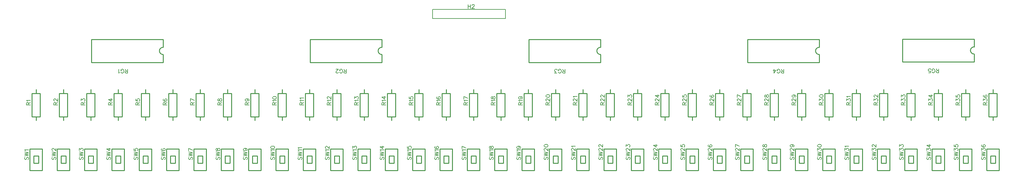
<source format=gto>
G04 Layer: TopSilkscreenLayer*
G04 EasyEDA v6.5.40, 2024-07-10 23:57:15*
G04 cb6e2e9fbd21486d88ae5690d2d3dc00,10*
G04 Gerber Generator version 0.2*
G04 Scale: 100 percent, Rotated: No, Reflected: No *
G04 Dimensions in inches *
G04 leading zeros omitted , absolute positions ,3 integer and 6 decimal *
%FSLAX36Y36*%
%MOIN*%

%ADD10C,0.0060*%
%ADD11C,0.0100*%
%ADD12C,0.0080*%
%ADD13C,0.0080*%

%LPD*%
D10*
X494600Y1700000D02*
G01*
X537500Y1700000D01*
X494600Y1700000D02*
G01*
X494600Y1718400D01*
X496599Y1724499D01*
X498699Y1726599D01*
X502800Y1728600D01*
X506900Y1728600D01*
X510999Y1726599D01*
X513000Y1724499D01*
X515000Y1718400D01*
X515000Y1700000D01*
X515000Y1714299D02*
G01*
X537500Y1728600D01*
X502800Y1742100D02*
G01*
X500700Y1746199D01*
X494600Y1752399D01*
X537500Y1752399D01*
X794600Y1700000D02*
G01*
X837500Y1700000D01*
X794600Y1700000D02*
G01*
X794600Y1718400D01*
X796599Y1724499D01*
X798699Y1726599D01*
X802799Y1728600D01*
X806899Y1728600D01*
X811000Y1726599D01*
X813000Y1724499D01*
X815000Y1718400D01*
X815000Y1700000D01*
X815000Y1714299D02*
G01*
X837500Y1728600D01*
X804799Y1744200D02*
G01*
X802799Y1744200D01*
X798699Y1746199D01*
X796599Y1748299D01*
X794600Y1752399D01*
X794600Y1760500D01*
X796599Y1764600D01*
X798699Y1766700D01*
X802799Y1768699D01*
X806899Y1768699D01*
X811000Y1766700D01*
X817100Y1762600D01*
X837500Y1742100D01*
X837500Y1770799D01*
X1094600Y1700000D02*
G01*
X1137500Y1700000D01*
X1094600Y1700000D02*
G01*
X1094600Y1718400D01*
X1096599Y1724499D01*
X1098699Y1726599D01*
X1102799Y1728600D01*
X1106899Y1728600D01*
X1111000Y1726599D01*
X1113000Y1724499D01*
X1115000Y1718400D01*
X1115000Y1700000D01*
X1115000Y1714299D02*
G01*
X1137500Y1728600D01*
X1094600Y1746199D02*
G01*
X1094600Y1768699D01*
X1111000Y1756500D01*
X1111000Y1762600D01*
X1113000Y1766700D01*
X1115000Y1768699D01*
X1121199Y1770799D01*
X1125299Y1770799D01*
X1131400Y1768699D01*
X1135500Y1764600D01*
X1137500Y1758499D01*
X1137500Y1752399D01*
X1135500Y1746199D01*
X1133500Y1744200D01*
X1129399Y1742100D01*
X1394600Y1700000D02*
G01*
X1437500Y1700000D01*
X1394600Y1700000D02*
G01*
X1394600Y1718400D01*
X1396599Y1724499D01*
X1398699Y1726599D01*
X1402799Y1728600D01*
X1406899Y1728600D01*
X1411000Y1726599D01*
X1413000Y1724499D01*
X1415000Y1718400D01*
X1415000Y1700000D01*
X1415000Y1714299D02*
G01*
X1437500Y1728600D01*
X1394600Y1762600D02*
G01*
X1423199Y1742100D01*
X1423199Y1772800D01*
X1394600Y1762600D02*
G01*
X1437500Y1762600D01*
X1694600Y1700000D02*
G01*
X1737500Y1700000D01*
X1694600Y1700000D02*
G01*
X1694600Y1718400D01*
X1696599Y1724499D01*
X1698699Y1726599D01*
X1702799Y1728600D01*
X1706899Y1728600D01*
X1711000Y1726599D01*
X1713000Y1724499D01*
X1715000Y1718400D01*
X1715000Y1700000D01*
X1715000Y1714299D02*
G01*
X1737500Y1728600D01*
X1694600Y1766700D02*
G01*
X1694600Y1746199D01*
X1713000Y1744200D01*
X1711000Y1746199D01*
X1708900Y1752399D01*
X1708900Y1758499D01*
X1711000Y1764600D01*
X1715000Y1768699D01*
X1721199Y1770799D01*
X1725299Y1770799D01*
X1731400Y1768699D01*
X1735500Y1764600D01*
X1737500Y1758499D01*
X1737500Y1752399D01*
X1735500Y1746199D01*
X1733500Y1744200D01*
X1729399Y1742100D01*
X1994600Y1700000D02*
G01*
X2037500Y1700000D01*
X1994600Y1700000D02*
G01*
X1994600Y1718400D01*
X1996599Y1724499D01*
X1998699Y1726599D01*
X2002799Y1728600D01*
X2006899Y1728600D01*
X2011000Y1726599D01*
X2013000Y1724499D01*
X2015000Y1718400D01*
X2015000Y1700000D01*
X2015000Y1714299D02*
G01*
X2037500Y1728600D01*
X2000699Y1766700D02*
G01*
X1996599Y1764600D01*
X1994600Y1758499D01*
X1994600Y1754400D01*
X1996599Y1748299D01*
X2002799Y1744200D01*
X2013000Y1742100D01*
X2023199Y1742100D01*
X2031400Y1744200D01*
X2035500Y1748299D01*
X2037500Y1754400D01*
X2037500Y1756500D01*
X2035500Y1762600D01*
X2031400Y1766700D01*
X2025299Y1768699D01*
X2023199Y1768699D01*
X2017100Y1766700D01*
X2013000Y1762600D01*
X2011000Y1756500D01*
X2011000Y1754400D01*
X2013000Y1748299D01*
X2017100Y1744200D01*
X2023199Y1742100D01*
X2294600Y1700000D02*
G01*
X2337500Y1700000D01*
X2294600Y1700000D02*
G01*
X2294600Y1718400D01*
X2296599Y1724499D01*
X2298699Y1726599D01*
X2302799Y1728600D01*
X2306899Y1728600D01*
X2311000Y1726599D01*
X2313000Y1724499D01*
X2315000Y1718400D01*
X2315000Y1700000D01*
X2315000Y1714299D02*
G01*
X2337500Y1728600D01*
X2294600Y1770799D02*
G01*
X2337500Y1750300D01*
X2294600Y1742100D02*
G01*
X2294600Y1770799D01*
X2594600Y1700000D02*
G01*
X2637500Y1700000D01*
X2594600Y1700000D02*
G01*
X2594600Y1718400D01*
X2596599Y1724499D01*
X2598699Y1726599D01*
X2602799Y1728600D01*
X2606899Y1728600D01*
X2611000Y1726599D01*
X2613000Y1724499D01*
X2615000Y1718400D01*
X2615000Y1700000D01*
X2615000Y1714299D02*
G01*
X2637500Y1728600D01*
X2594600Y1752399D02*
G01*
X2596599Y1746199D01*
X2600699Y1744200D01*
X2604799Y1744200D01*
X2608900Y1746199D01*
X2611000Y1750300D01*
X2613000Y1758499D01*
X2615000Y1764600D01*
X2619099Y1768699D01*
X2623199Y1770799D01*
X2629399Y1770799D01*
X2633500Y1768699D01*
X2635500Y1766700D01*
X2637500Y1760500D01*
X2637500Y1752399D01*
X2635500Y1746199D01*
X2633500Y1744200D01*
X2629399Y1742100D01*
X2623199Y1742100D01*
X2619099Y1744200D01*
X2615000Y1748299D01*
X2613000Y1754400D01*
X2611000Y1762600D01*
X2608900Y1766700D01*
X2604799Y1768699D01*
X2600699Y1768699D01*
X2596599Y1766700D01*
X2594600Y1760500D01*
X2594600Y1752399D01*
X2894600Y1700000D02*
G01*
X2937500Y1700000D01*
X2894600Y1700000D02*
G01*
X2894600Y1718400D01*
X2896599Y1724499D01*
X2898699Y1726599D01*
X2902799Y1728600D01*
X2906899Y1728600D01*
X2911000Y1726599D01*
X2913000Y1724499D01*
X2915000Y1718400D01*
X2915000Y1700000D01*
X2915000Y1714299D02*
G01*
X2937500Y1728600D01*
X2908900Y1768699D02*
G01*
X2915000Y1766700D01*
X2919099Y1762600D01*
X2921199Y1756500D01*
X2921199Y1754400D01*
X2919099Y1748299D01*
X2915000Y1744200D01*
X2908900Y1742100D01*
X2906899Y1742100D01*
X2900699Y1744200D01*
X2896599Y1748299D01*
X2894600Y1754400D01*
X2894600Y1756500D01*
X2896599Y1762600D01*
X2900699Y1766700D01*
X2908900Y1768699D01*
X2919099Y1768699D01*
X2929399Y1766700D01*
X2935500Y1762600D01*
X2937500Y1756500D01*
X2937500Y1752399D01*
X2935500Y1746199D01*
X2931400Y1744200D01*
X3194600Y1700000D02*
G01*
X3237500Y1700000D01*
X3194600Y1700000D02*
G01*
X3194600Y1718400D01*
X3196599Y1724499D01*
X3198699Y1726599D01*
X3202799Y1728600D01*
X3206899Y1728600D01*
X3211000Y1726599D01*
X3213000Y1724499D01*
X3215000Y1718400D01*
X3215000Y1700000D01*
X3215000Y1714299D02*
G01*
X3237500Y1728600D01*
X3202799Y1742100D02*
G01*
X3200699Y1746199D01*
X3194600Y1752399D01*
X3237500Y1752399D01*
X3194600Y1778099D02*
G01*
X3196599Y1771999D01*
X3202799Y1767899D01*
X3213000Y1765900D01*
X3219099Y1765900D01*
X3229399Y1767899D01*
X3235500Y1771999D01*
X3237500Y1778099D01*
X3237500Y1782199D01*
X3235500Y1788400D01*
X3229399Y1792500D01*
X3219099Y1794499D01*
X3213000Y1794499D01*
X3202799Y1792500D01*
X3196599Y1788400D01*
X3194600Y1782199D01*
X3194600Y1778099D01*
X3494600Y1700000D02*
G01*
X3537500Y1700000D01*
X3494600Y1700000D02*
G01*
X3494600Y1718400D01*
X3496599Y1724499D01*
X3498699Y1726599D01*
X3502799Y1728600D01*
X3506899Y1728600D01*
X3511000Y1726599D01*
X3513000Y1724499D01*
X3515000Y1718400D01*
X3515000Y1700000D01*
X3515000Y1714299D02*
G01*
X3537500Y1728600D01*
X3502799Y1742100D02*
G01*
X3500699Y1746199D01*
X3494600Y1752399D01*
X3537500Y1752399D01*
X3502799Y1765900D02*
G01*
X3500699Y1770000D01*
X3494600Y1776100D01*
X3537500Y1776100D01*
X3794600Y1700000D02*
G01*
X3837500Y1700000D01*
X3794600Y1700000D02*
G01*
X3794600Y1718400D01*
X3796599Y1724499D01*
X3798699Y1726599D01*
X3802799Y1728600D01*
X3806899Y1728600D01*
X3811000Y1726599D01*
X3813000Y1724499D01*
X3815000Y1718400D01*
X3815000Y1700000D01*
X3815000Y1714299D02*
G01*
X3837500Y1728600D01*
X3802799Y1742100D02*
G01*
X3800699Y1746199D01*
X3794600Y1752399D01*
X3837500Y1752399D01*
X3804799Y1767899D02*
G01*
X3802799Y1767899D01*
X3798699Y1770000D01*
X3796599Y1771999D01*
X3794600Y1776100D01*
X3794600Y1784299D01*
X3796599Y1788400D01*
X3798699Y1790399D01*
X3802799Y1792500D01*
X3806899Y1792500D01*
X3811000Y1790399D01*
X3817100Y1786300D01*
X3837500Y1765900D01*
X3837500Y1794499D01*
X4094600Y1700000D02*
G01*
X4137500Y1700000D01*
X4094600Y1700000D02*
G01*
X4094600Y1718400D01*
X4096599Y1724499D01*
X4098699Y1726599D01*
X4102799Y1728600D01*
X4106899Y1728600D01*
X4111000Y1726599D01*
X4113000Y1724499D01*
X4115000Y1718400D01*
X4115000Y1700000D01*
X4115000Y1714299D02*
G01*
X4137500Y1728600D01*
X4102799Y1742100D02*
G01*
X4100699Y1746199D01*
X4094600Y1752399D01*
X4137500Y1752399D01*
X4094600Y1770000D02*
G01*
X4094600Y1792500D01*
X4111000Y1780199D01*
X4111000Y1786300D01*
X4113000Y1790399D01*
X4115000Y1792500D01*
X4121199Y1794499D01*
X4125299Y1794499D01*
X4131400Y1792500D01*
X4135500Y1788400D01*
X4137500Y1782199D01*
X4137500Y1776100D01*
X4135500Y1770000D01*
X4133500Y1767899D01*
X4129399Y1765900D01*
X4394600Y1700000D02*
G01*
X4437500Y1700000D01*
X4394600Y1700000D02*
G01*
X4394600Y1718400D01*
X4396599Y1724499D01*
X4398699Y1726599D01*
X4402799Y1728600D01*
X4406899Y1728600D01*
X4411000Y1726599D01*
X4413000Y1724499D01*
X4415000Y1718400D01*
X4415000Y1700000D01*
X4415000Y1714299D02*
G01*
X4437500Y1728600D01*
X4402799Y1742100D02*
G01*
X4400699Y1746199D01*
X4394600Y1752399D01*
X4437500Y1752399D01*
X4394600Y1786300D02*
G01*
X4423199Y1765900D01*
X4423199Y1796500D01*
X4394600Y1786300D02*
G01*
X4437500Y1786300D01*
X4694600Y1700000D02*
G01*
X4737500Y1700000D01*
X4694600Y1700000D02*
G01*
X4694600Y1718400D01*
X4696599Y1724499D01*
X4698699Y1726599D01*
X4702799Y1728600D01*
X4706899Y1728600D01*
X4711000Y1726599D01*
X4713000Y1724499D01*
X4715000Y1718400D01*
X4715000Y1700000D01*
X4715000Y1714299D02*
G01*
X4737500Y1728600D01*
X4702799Y1742100D02*
G01*
X4700699Y1746199D01*
X4694600Y1752399D01*
X4737500Y1752399D01*
X4694600Y1790399D02*
G01*
X4694600Y1770000D01*
X4713000Y1767899D01*
X4711000Y1770000D01*
X4708900Y1776100D01*
X4708900Y1782199D01*
X4711000Y1788400D01*
X4715000Y1792500D01*
X4721199Y1794499D01*
X4725299Y1794499D01*
X4731400Y1792500D01*
X4735500Y1788400D01*
X4737500Y1782199D01*
X4737500Y1776100D01*
X4735500Y1770000D01*
X4733500Y1767899D01*
X4729399Y1765900D01*
X4994600Y1700000D02*
G01*
X5037500Y1700000D01*
X4994600Y1700000D02*
G01*
X4994600Y1718400D01*
X4996599Y1724499D01*
X4998699Y1726599D01*
X5002799Y1728600D01*
X5006899Y1728600D01*
X5011000Y1726599D01*
X5013000Y1724499D01*
X5015000Y1718400D01*
X5015000Y1700000D01*
X5015000Y1714299D02*
G01*
X5037500Y1728600D01*
X5002799Y1742100D02*
G01*
X5000699Y1746199D01*
X4994600Y1752399D01*
X5037500Y1752399D01*
X5000699Y1790399D02*
G01*
X4996599Y1788400D01*
X4994600Y1782199D01*
X4994600Y1778099D01*
X4996599Y1771999D01*
X5002799Y1767899D01*
X5013000Y1765900D01*
X5023199Y1765900D01*
X5031400Y1767899D01*
X5035500Y1771999D01*
X5037500Y1778099D01*
X5037500Y1780199D01*
X5035500Y1786300D01*
X5031400Y1790399D01*
X5025299Y1792500D01*
X5023199Y1792500D01*
X5017100Y1790399D01*
X5013000Y1786300D01*
X5011000Y1780199D01*
X5011000Y1778099D01*
X5013000Y1771999D01*
X5017100Y1767899D01*
X5023199Y1765900D01*
X5294600Y1700000D02*
G01*
X5337500Y1700000D01*
X5294600Y1700000D02*
G01*
X5294600Y1718400D01*
X5296599Y1724499D01*
X5298699Y1726599D01*
X5302799Y1728600D01*
X5306899Y1728600D01*
X5311000Y1726599D01*
X5313000Y1724499D01*
X5315000Y1718400D01*
X5315000Y1700000D01*
X5315000Y1714299D02*
G01*
X5337500Y1728600D01*
X5302799Y1742100D02*
G01*
X5300699Y1746199D01*
X5294600Y1752399D01*
X5337500Y1752399D01*
X5294600Y1794499D02*
G01*
X5337500Y1774000D01*
X5294600Y1765900D02*
G01*
X5294600Y1794499D01*
X5594600Y1700000D02*
G01*
X5637500Y1700000D01*
X5594600Y1700000D02*
G01*
X5594600Y1718400D01*
X5596599Y1724499D01*
X5598699Y1726599D01*
X5602799Y1728600D01*
X5606899Y1728600D01*
X5611000Y1726599D01*
X5613000Y1724499D01*
X5615000Y1718400D01*
X5615000Y1700000D01*
X5615000Y1714299D02*
G01*
X5637500Y1728600D01*
X5602799Y1742100D02*
G01*
X5600699Y1746199D01*
X5594600Y1752399D01*
X5637500Y1752399D01*
X5594600Y1776100D02*
G01*
X5596599Y1770000D01*
X5600699Y1767899D01*
X5604799Y1767899D01*
X5608900Y1770000D01*
X5611000Y1774000D01*
X5613000Y1782199D01*
X5615000Y1788400D01*
X5619099Y1792500D01*
X5623199Y1794499D01*
X5629399Y1794499D01*
X5633500Y1792500D01*
X5635500Y1790399D01*
X5637500Y1784299D01*
X5637500Y1776100D01*
X5635500Y1770000D01*
X5633500Y1767899D01*
X5629399Y1765900D01*
X5623199Y1765900D01*
X5619099Y1767899D01*
X5615000Y1771999D01*
X5613000Y1778099D01*
X5611000Y1786300D01*
X5608900Y1790399D01*
X5604799Y1792500D01*
X5600699Y1792500D01*
X5596599Y1790399D01*
X5594600Y1784299D01*
X5594600Y1776100D01*
X5894600Y1700000D02*
G01*
X5937500Y1700000D01*
X5894600Y1700000D02*
G01*
X5894600Y1718400D01*
X5896599Y1724499D01*
X5898699Y1726599D01*
X5902799Y1728600D01*
X5906899Y1728600D01*
X5911000Y1726599D01*
X5913000Y1724499D01*
X5915000Y1718400D01*
X5915000Y1700000D01*
X5915000Y1714299D02*
G01*
X5937500Y1728600D01*
X5902799Y1742100D02*
G01*
X5900699Y1746199D01*
X5894600Y1752399D01*
X5937500Y1752399D01*
X5908900Y1792500D02*
G01*
X5915000Y1790399D01*
X5919099Y1786300D01*
X5921199Y1780199D01*
X5921199Y1778099D01*
X5919099Y1771999D01*
X5915000Y1767899D01*
X5908900Y1765900D01*
X5906899Y1765900D01*
X5900699Y1767899D01*
X5896599Y1771999D01*
X5894600Y1778099D01*
X5894600Y1780199D01*
X5896599Y1786300D01*
X5900699Y1790399D01*
X5908900Y1792500D01*
X5919099Y1792500D01*
X5929399Y1790399D01*
X5935500Y1786300D01*
X5937500Y1780199D01*
X5937500Y1776100D01*
X5935500Y1770000D01*
X5931400Y1767899D01*
X6194600Y1700000D02*
G01*
X6237500Y1700000D01*
X6194600Y1700000D02*
G01*
X6194600Y1718400D01*
X6196599Y1724499D01*
X6198699Y1726599D01*
X6202799Y1728600D01*
X6206899Y1728600D01*
X6211000Y1726599D01*
X6213000Y1724499D01*
X6215000Y1718400D01*
X6215000Y1700000D01*
X6215000Y1714299D02*
G01*
X6237500Y1728600D01*
X6204799Y1744200D02*
G01*
X6202799Y1744200D01*
X6198699Y1746199D01*
X6196599Y1748299D01*
X6194600Y1752399D01*
X6194600Y1760500D01*
X6196599Y1764600D01*
X6198699Y1766700D01*
X6202799Y1768699D01*
X6206899Y1768699D01*
X6211000Y1766700D01*
X6217100Y1762600D01*
X6237500Y1742100D01*
X6237500Y1770799D01*
X6194600Y1796500D02*
G01*
X6196599Y1790399D01*
X6202799Y1786300D01*
X6213000Y1784299D01*
X6219099Y1784299D01*
X6229399Y1786300D01*
X6235500Y1790399D01*
X6237500Y1796500D01*
X6237500Y1800599D01*
X6235500Y1806799D01*
X6229399Y1810900D01*
X6219099Y1812899D01*
X6213000Y1812899D01*
X6202799Y1810900D01*
X6196599Y1806799D01*
X6194600Y1800599D01*
X6194600Y1796500D01*
X6494600Y1700000D02*
G01*
X6537500Y1700000D01*
X6494600Y1700000D02*
G01*
X6494600Y1718400D01*
X6496599Y1724499D01*
X6498699Y1726599D01*
X6502799Y1728600D01*
X6506899Y1728600D01*
X6511000Y1726599D01*
X6513000Y1724499D01*
X6515000Y1718400D01*
X6515000Y1700000D01*
X6515000Y1714299D02*
G01*
X6537500Y1728600D01*
X6504799Y1744200D02*
G01*
X6502799Y1744200D01*
X6498699Y1746199D01*
X6496599Y1748299D01*
X6494600Y1752399D01*
X6494600Y1760500D01*
X6496599Y1764600D01*
X6498699Y1766700D01*
X6502799Y1768699D01*
X6506899Y1768699D01*
X6511000Y1766700D01*
X6517100Y1762600D01*
X6537500Y1742100D01*
X6537500Y1770799D01*
X6502799Y1784299D02*
G01*
X6500699Y1788400D01*
X6494600Y1794499D01*
X6537500Y1794499D01*
X6794600Y1700000D02*
G01*
X6837500Y1700000D01*
X6794600Y1700000D02*
G01*
X6794600Y1718400D01*
X6796599Y1724499D01*
X6798699Y1726599D01*
X6802799Y1728600D01*
X6806899Y1728600D01*
X6811000Y1726599D01*
X6813000Y1724499D01*
X6815000Y1718400D01*
X6815000Y1700000D01*
X6815000Y1714299D02*
G01*
X6837500Y1728600D01*
X6804799Y1744200D02*
G01*
X6802799Y1744200D01*
X6798699Y1746199D01*
X6796599Y1748299D01*
X6794600Y1752399D01*
X6794600Y1760500D01*
X6796599Y1764600D01*
X6798699Y1766700D01*
X6802799Y1768699D01*
X6806899Y1768699D01*
X6811000Y1766700D01*
X6817100Y1762600D01*
X6837500Y1742100D01*
X6837500Y1770799D01*
X6804799Y1786300D02*
G01*
X6802799Y1786300D01*
X6798699Y1788400D01*
X6796599Y1790399D01*
X6794600Y1794499D01*
X6794600Y1802699D01*
X6796599Y1806799D01*
X6798699Y1808800D01*
X6802799Y1810900D01*
X6806899Y1810900D01*
X6811000Y1808800D01*
X6817100Y1804699D01*
X6837500Y1784299D01*
X6837500Y1812899D01*
X7094600Y1700000D02*
G01*
X7137500Y1700000D01*
X7094600Y1700000D02*
G01*
X7094600Y1718400D01*
X7096599Y1724499D01*
X7098699Y1726599D01*
X7102799Y1728600D01*
X7106899Y1728600D01*
X7111000Y1726599D01*
X7113000Y1724499D01*
X7115000Y1718400D01*
X7115000Y1700000D01*
X7115000Y1714299D02*
G01*
X7137500Y1728600D01*
X7104799Y1744200D02*
G01*
X7102799Y1744200D01*
X7098699Y1746199D01*
X7096599Y1748299D01*
X7094600Y1752399D01*
X7094600Y1760500D01*
X7096599Y1764600D01*
X7098699Y1766700D01*
X7102799Y1768699D01*
X7106899Y1768699D01*
X7111000Y1766700D01*
X7117100Y1762600D01*
X7137500Y1742100D01*
X7137500Y1770799D01*
X7094600Y1788400D02*
G01*
X7094600Y1810900D01*
X7111000Y1798600D01*
X7111000Y1804699D01*
X7113000Y1808800D01*
X7115000Y1810900D01*
X7121199Y1812899D01*
X7125299Y1812899D01*
X7131400Y1810900D01*
X7135500Y1806799D01*
X7137500Y1800599D01*
X7137500Y1794499D01*
X7135500Y1788400D01*
X7133500Y1786300D01*
X7129399Y1784299D01*
X7394600Y1700000D02*
G01*
X7437500Y1700000D01*
X7394600Y1700000D02*
G01*
X7394600Y1718400D01*
X7396599Y1724499D01*
X7398699Y1726599D01*
X7402799Y1728600D01*
X7406899Y1728600D01*
X7411000Y1726599D01*
X7413000Y1724499D01*
X7415000Y1718400D01*
X7415000Y1700000D01*
X7415000Y1714299D02*
G01*
X7437500Y1728600D01*
X7404799Y1744200D02*
G01*
X7402799Y1744200D01*
X7398699Y1746199D01*
X7396599Y1748299D01*
X7394600Y1752399D01*
X7394600Y1760500D01*
X7396599Y1764600D01*
X7398699Y1766700D01*
X7402799Y1768699D01*
X7406899Y1768699D01*
X7411000Y1766700D01*
X7417100Y1762600D01*
X7437500Y1742100D01*
X7437500Y1770799D01*
X7394600Y1804699D02*
G01*
X7423199Y1784299D01*
X7423199Y1815000D01*
X7394600Y1804699D02*
G01*
X7437500Y1804699D01*
X7694600Y1700000D02*
G01*
X7737500Y1700000D01*
X7694600Y1700000D02*
G01*
X7694600Y1718400D01*
X7696599Y1724499D01*
X7698699Y1726599D01*
X7702799Y1728600D01*
X7706899Y1728600D01*
X7711000Y1726599D01*
X7713000Y1724499D01*
X7715000Y1718400D01*
X7715000Y1700000D01*
X7715000Y1714299D02*
G01*
X7737500Y1728600D01*
X7704799Y1744200D02*
G01*
X7702799Y1744200D01*
X7698699Y1746199D01*
X7696599Y1748299D01*
X7694600Y1752399D01*
X7694600Y1760500D01*
X7696599Y1764600D01*
X7698699Y1766700D01*
X7702799Y1768699D01*
X7706899Y1768699D01*
X7711000Y1766700D01*
X7717100Y1762600D01*
X7737500Y1742100D01*
X7737500Y1770799D01*
X7694600Y1808800D02*
G01*
X7694600Y1788400D01*
X7713000Y1786300D01*
X7711000Y1788400D01*
X7708900Y1794499D01*
X7708900Y1800599D01*
X7711000Y1806799D01*
X7715000Y1810900D01*
X7721199Y1812899D01*
X7725299Y1812899D01*
X7731400Y1810900D01*
X7735500Y1806799D01*
X7737500Y1800599D01*
X7737500Y1794499D01*
X7735500Y1788400D01*
X7733500Y1786300D01*
X7729399Y1784299D01*
X7994600Y1700000D02*
G01*
X8037500Y1700000D01*
X7994600Y1700000D02*
G01*
X7994600Y1718400D01*
X7996599Y1724499D01*
X7998699Y1726599D01*
X8002799Y1728600D01*
X8006899Y1728600D01*
X8011000Y1726599D01*
X8013000Y1724499D01*
X8015000Y1718400D01*
X8015000Y1700000D01*
X8015000Y1714299D02*
G01*
X8037500Y1728600D01*
X8004799Y1744200D02*
G01*
X8002799Y1744200D01*
X7998699Y1746199D01*
X7996599Y1748299D01*
X7994600Y1752399D01*
X7994600Y1760500D01*
X7996599Y1764600D01*
X7998699Y1766700D01*
X8002799Y1768699D01*
X8006899Y1768699D01*
X8011000Y1766700D01*
X8017100Y1762600D01*
X8037500Y1742100D01*
X8037500Y1770799D01*
X8000699Y1808800D02*
G01*
X7996599Y1806799D01*
X7994600Y1800599D01*
X7994600Y1796500D01*
X7996599Y1790399D01*
X8002799Y1786300D01*
X8013000Y1784299D01*
X8023199Y1784299D01*
X8031400Y1786300D01*
X8035500Y1790399D01*
X8037500Y1796500D01*
X8037500Y1798600D01*
X8035500Y1804699D01*
X8031400Y1808800D01*
X8025299Y1810900D01*
X8023199Y1810900D01*
X8017100Y1808800D01*
X8013000Y1804699D01*
X8011000Y1798600D01*
X8011000Y1796500D01*
X8013000Y1790399D01*
X8017100Y1786300D01*
X8023199Y1784299D01*
X8294600Y1700000D02*
G01*
X8337500Y1700000D01*
X8294600Y1700000D02*
G01*
X8294600Y1718400D01*
X8296599Y1724499D01*
X8298699Y1726599D01*
X8302799Y1728600D01*
X8306899Y1728600D01*
X8311000Y1726599D01*
X8313000Y1724499D01*
X8315000Y1718400D01*
X8315000Y1700000D01*
X8315000Y1714299D02*
G01*
X8337500Y1728600D01*
X8304799Y1744200D02*
G01*
X8302799Y1744200D01*
X8298699Y1746199D01*
X8296599Y1748299D01*
X8294600Y1752399D01*
X8294600Y1760500D01*
X8296599Y1764600D01*
X8298699Y1766700D01*
X8302799Y1768699D01*
X8306899Y1768699D01*
X8311000Y1766700D01*
X8317100Y1762600D01*
X8337500Y1742100D01*
X8337500Y1770799D01*
X8294600Y1812899D02*
G01*
X8337500Y1792500D01*
X8294600Y1784299D02*
G01*
X8294600Y1812899D01*
X8594600Y1700000D02*
G01*
X8637500Y1700000D01*
X8594600Y1700000D02*
G01*
X8594600Y1718400D01*
X8596599Y1724499D01*
X8598699Y1726599D01*
X8602799Y1728600D01*
X8606899Y1728600D01*
X8611000Y1726599D01*
X8613000Y1724499D01*
X8615000Y1718400D01*
X8615000Y1700000D01*
X8615000Y1714299D02*
G01*
X8637500Y1728600D01*
X8604799Y1744200D02*
G01*
X8602799Y1744200D01*
X8598699Y1746199D01*
X8596599Y1748299D01*
X8594600Y1752399D01*
X8594600Y1760500D01*
X8596599Y1764600D01*
X8598699Y1766700D01*
X8602799Y1768699D01*
X8606899Y1768699D01*
X8611000Y1766700D01*
X8617100Y1762600D01*
X8637500Y1742100D01*
X8637500Y1770799D01*
X8594600Y1794499D02*
G01*
X8596599Y1788400D01*
X8600699Y1786300D01*
X8604799Y1786300D01*
X8608900Y1788400D01*
X8611000Y1792500D01*
X8613000Y1800599D01*
X8615000Y1806799D01*
X8619099Y1810900D01*
X8623199Y1812899D01*
X8629399Y1812899D01*
X8633500Y1810900D01*
X8635500Y1808800D01*
X8637500Y1802699D01*
X8637500Y1794499D01*
X8635500Y1788400D01*
X8633500Y1786300D01*
X8629399Y1784299D01*
X8623199Y1784299D01*
X8619099Y1786300D01*
X8615000Y1790399D01*
X8613000Y1796500D01*
X8611000Y1804699D01*
X8608900Y1808800D01*
X8604799Y1810900D01*
X8600699Y1810900D01*
X8596599Y1808800D01*
X8594600Y1802699D01*
X8594600Y1794499D01*
X8894600Y1700000D02*
G01*
X8937500Y1700000D01*
X8894600Y1700000D02*
G01*
X8894600Y1718400D01*
X8896599Y1724499D01*
X8898699Y1726599D01*
X8902799Y1728600D01*
X8906899Y1728600D01*
X8911000Y1726599D01*
X8913000Y1724499D01*
X8915000Y1718400D01*
X8915000Y1700000D01*
X8915000Y1714299D02*
G01*
X8937500Y1728600D01*
X8904799Y1744200D02*
G01*
X8902799Y1744200D01*
X8898699Y1746199D01*
X8896599Y1748299D01*
X8894600Y1752399D01*
X8894600Y1760500D01*
X8896599Y1764600D01*
X8898699Y1766700D01*
X8902799Y1768699D01*
X8906899Y1768699D01*
X8911000Y1766700D01*
X8917100Y1762600D01*
X8937500Y1742100D01*
X8937500Y1770799D01*
X8908900Y1810900D02*
G01*
X8915000Y1808800D01*
X8919099Y1804699D01*
X8921199Y1798600D01*
X8921199Y1796500D01*
X8919099Y1790399D01*
X8915000Y1786300D01*
X8908900Y1784299D01*
X8906899Y1784299D01*
X8900699Y1786300D01*
X8896599Y1790399D01*
X8894600Y1796500D01*
X8894600Y1798600D01*
X8896599Y1804699D01*
X8900699Y1808800D01*
X8908900Y1810900D01*
X8919099Y1810900D01*
X8929399Y1808800D01*
X8935500Y1804699D01*
X8937500Y1798600D01*
X8937500Y1794499D01*
X8935500Y1788400D01*
X8931400Y1786300D01*
X9194600Y1700000D02*
G01*
X9237500Y1700000D01*
X9194600Y1700000D02*
G01*
X9194600Y1718400D01*
X9196599Y1724499D01*
X9198699Y1726599D01*
X9202799Y1728600D01*
X9206899Y1728600D01*
X9211000Y1726599D01*
X9213000Y1724499D01*
X9215000Y1718400D01*
X9215000Y1700000D01*
X9215000Y1714299D02*
G01*
X9237500Y1728600D01*
X9194600Y1746199D02*
G01*
X9194600Y1768699D01*
X9211000Y1756500D01*
X9211000Y1762600D01*
X9213000Y1766700D01*
X9215000Y1768699D01*
X9221199Y1770799D01*
X9225299Y1770799D01*
X9231400Y1768699D01*
X9235500Y1764600D01*
X9237500Y1758499D01*
X9237500Y1752399D01*
X9235500Y1746199D01*
X9233500Y1744200D01*
X9229399Y1742100D01*
X9194600Y1796500D02*
G01*
X9196599Y1790399D01*
X9202799Y1786300D01*
X9213000Y1784299D01*
X9219099Y1784299D01*
X9229399Y1786300D01*
X9235500Y1790399D01*
X9237500Y1796500D01*
X9237500Y1800599D01*
X9235500Y1806799D01*
X9229399Y1810900D01*
X9219099Y1812899D01*
X9213000Y1812899D01*
X9202799Y1810900D01*
X9196599Y1806799D01*
X9194600Y1800599D01*
X9194600Y1796500D01*
X9494600Y1700000D02*
G01*
X9537500Y1700000D01*
X9494600Y1700000D02*
G01*
X9494600Y1718400D01*
X9496599Y1724499D01*
X9498699Y1726599D01*
X9502799Y1728600D01*
X9506899Y1728600D01*
X9511000Y1726599D01*
X9513000Y1724499D01*
X9515000Y1718400D01*
X9515000Y1700000D01*
X9515000Y1714299D02*
G01*
X9537500Y1728600D01*
X9494600Y1746199D02*
G01*
X9494600Y1768699D01*
X9511000Y1756500D01*
X9511000Y1762600D01*
X9513000Y1766700D01*
X9515000Y1768699D01*
X9521199Y1770799D01*
X9525299Y1770799D01*
X9531400Y1768699D01*
X9535500Y1764600D01*
X9537500Y1758499D01*
X9537500Y1752399D01*
X9535500Y1746199D01*
X9533500Y1744200D01*
X9529399Y1742100D01*
X9502799Y1784299D02*
G01*
X9500699Y1788400D01*
X9494600Y1794499D01*
X9537500Y1794499D01*
X9794600Y1700000D02*
G01*
X9837500Y1700000D01*
X9794600Y1700000D02*
G01*
X9794600Y1718400D01*
X9796599Y1724499D01*
X9798699Y1726599D01*
X9802799Y1728600D01*
X9806899Y1728600D01*
X9811000Y1726599D01*
X9813000Y1724499D01*
X9815000Y1718400D01*
X9815000Y1700000D01*
X9815000Y1714299D02*
G01*
X9837500Y1728600D01*
X9794600Y1746199D02*
G01*
X9794600Y1768699D01*
X9811000Y1756500D01*
X9811000Y1762600D01*
X9813000Y1766700D01*
X9815000Y1768699D01*
X9821199Y1770799D01*
X9825299Y1770799D01*
X9831400Y1768699D01*
X9835500Y1764600D01*
X9837500Y1758499D01*
X9837500Y1752399D01*
X9835500Y1746199D01*
X9833500Y1744200D01*
X9829399Y1742100D01*
X9804799Y1786300D02*
G01*
X9802799Y1786300D01*
X9798699Y1788400D01*
X9796599Y1790399D01*
X9794600Y1794499D01*
X9794600Y1802699D01*
X9796599Y1806799D01*
X9798699Y1808800D01*
X9802799Y1810900D01*
X9806899Y1810900D01*
X9811000Y1808800D01*
X9817100Y1804699D01*
X9837500Y1784299D01*
X9837500Y1812899D01*
X1604660Y2050929D02*
G01*
X1604660Y2093829D01*
X1604660Y2050929D02*
G01*
X1586260Y2050929D01*
X1580159Y2052930D01*
X1578059Y2055030D01*
X1576059Y2059130D01*
X1576059Y2063229D01*
X1578059Y2067330D01*
X1580159Y2069330D01*
X1586260Y2071329D01*
X1604660Y2071329D01*
X1590360Y2071329D02*
G01*
X1576059Y2093829D01*
X1531859Y2061129D02*
G01*
X1533860Y2057029D01*
X1537960Y2052930D01*
X1542060Y2050929D01*
X1550259Y2050929D01*
X1554359Y2052930D01*
X1558459Y2057029D01*
X1560460Y2061129D01*
X1562560Y2067330D01*
X1562560Y2077530D01*
X1560460Y2083629D01*
X1558459Y2087730D01*
X1554359Y2091830D01*
X1550259Y2093829D01*
X1542060Y2093829D01*
X1537960Y2091830D01*
X1533860Y2087730D01*
X1531859Y2083629D01*
X1531859Y2077530D01*
X1542060Y2077530D02*
G01*
X1531859Y2077530D01*
X1518360Y2059130D02*
G01*
X1514260Y2057029D01*
X1508159Y2050929D01*
X1508159Y2093829D01*
X4004660Y2050929D02*
G01*
X4004660Y2093829D01*
X4004660Y2050929D02*
G01*
X3986260Y2050929D01*
X3980159Y2052930D01*
X3978059Y2055030D01*
X3976059Y2059130D01*
X3976059Y2063229D01*
X3978059Y2067330D01*
X3980159Y2069330D01*
X3986260Y2071329D01*
X4004660Y2071329D01*
X3990360Y2071329D02*
G01*
X3976059Y2093829D01*
X3931859Y2061129D02*
G01*
X3933860Y2057029D01*
X3937960Y2052930D01*
X3942060Y2050929D01*
X3950259Y2050929D01*
X3954359Y2052930D01*
X3958459Y2057029D01*
X3960460Y2061129D01*
X3962560Y2067330D01*
X3962560Y2077530D01*
X3960460Y2083629D01*
X3958459Y2087730D01*
X3954359Y2091830D01*
X3950259Y2093829D01*
X3942060Y2093829D01*
X3937960Y2091830D01*
X3933860Y2087730D01*
X3931859Y2083629D01*
X3931859Y2077530D01*
X3942060Y2077530D02*
G01*
X3931859Y2077530D01*
X3916260Y2061129D02*
G01*
X3916260Y2059130D01*
X3914260Y2055030D01*
X3912160Y2052930D01*
X3908159Y2050929D01*
X3899960Y2050929D01*
X3895860Y2052930D01*
X3893760Y2055030D01*
X3891760Y2059130D01*
X3891760Y2063229D01*
X3893760Y2067330D01*
X3897860Y2073429D01*
X3918360Y2093829D01*
X3889660Y2093829D01*
X6404660Y2050929D02*
G01*
X6404660Y2093829D01*
X6404660Y2050929D02*
G01*
X6386260Y2050929D01*
X6380159Y2052930D01*
X6378059Y2055030D01*
X6376059Y2059130D01*
X6376059Y2063229D01*
X6378059Y2067330D01*
X6380159Y2069330D01*
X6386260Y2071329D01*
X6404660Y2071329D01*
X6390360Y2071329D02*
G01*
X6376059Y2093829D01*
X6331859Y2061129D02*
G01*
X6333860Y2057029D01*
X6337960Y2052930D01*
X6342060Y2050929D01*
X6350259Y2050929D01*
X6354359Y2052930D01*
X6358459Y2057029D01*
X6360460Y2061129D01*
X6362560Y2067330D01*
X6362560Y2077530D01*
X6360460Y2083629D01*
X6358459Y2087730D01*
X6354359Y2091830D01*
X6350259Y2093829D01*
X6342060Y2093829D01*
X6337960Y2091830D01*
X6333860Y2087730D01*
X6331859Y2083629D01*
X6331859Y2077530D01*
X6342060Y2077530D02*
G01*
X6331859Y2077530D01*
X6314260Y2050929D02*
G01*
X6291760Y2050929D01*
X6304059Y2067330D01*
X6297860Y2067330D01*
X6293760Y2069330D01*
X6291760Y2071329D01*
X6289660Y2077530D01*
X6289660Y2081630D01*
X6291760Y2087730D01*
X6295860Y2091830D01*
X6301959Y2093829D01*
X6308159Y2093829D01*
X6314260Y2091830D01*
X6316260Y2089830D01*
X6318360Y2085729D01*
X8804660Y2050929D02*
G01*
X8804660Y2093829D01*
X8804660Y2050929D02*
G01*
X8786260Y2050929D01*
X8780159Y2052930D01*
X8778059Y2055030D01*
X8776059Y2059130D01*
X8776059Y2063229D01*
X8778059Y2067330D01*
X8780159Y2069330D01*
X8786260Y2071329D01*
X8804660Y2071329D01*
X8790360Y2071329D02*
G01*
X8776059Y2093829D01*
X8731859Y2061129D02*
G01*
X8733860Y2057029D01*
X8737960Y2052930D01*
X8742060Y2050929D01*
X8750259Y2050929D01*
X8754359Y2052930D01*
X8758459Y2057029D01*
X8760460Y2061129D01*
X8762560Y2067330D01*
X8762560Y2077530D01*
X8760460Y2083629D01*
X8758459Y2087730D01*
X8754359Y2091830D01*
X8750259Y2093829D01*
X8742060Y2093829D01*
X8737960Y2091830D01*
X8733860Y2087730D01*
X8731859Y2083629D01*
X8731859Y2077530D01*
X8742060Y2077530D02*
G01*
X8731859Y2077530D01*
X8697860Y2050929D02*
G01*
X8718360Y2079529D01*
X8687659Y2079529D01*
X8697860Y2050929D02*
G01*
X8697860Y2093829D01*
X480700Y1128600D02*
G01*
X476599Y1124499D01*
X474600Y1118400D01*
X474600Y1110199D01*
X476599Y1104099D01*
X480700Y1100000D01*
X484800Y1100000D01*
X488899Y1101999D01*
X490999Y1104099D01*
X493000Y1108200D01*
X497100Y1120500D01*
X499099Y1124499D01*
X501199Y1126599D01*
X505300Y1128600D01*
X511399Y1128600D01*
X515500Y1124499D01*
X517500Y1118400D01*
X517500Y1110199D01*
X515500Y1104099D01*
X511399Y1100000D01*
X474600Y1142100D02*
G01*
X517500Y1152399D01*
X474600Y1162600D02*
G01*
X517500Y1152399D01*
X474600Y1162600D02*
G01*
X517500Y1172800D01*
X474600Y1183000D02*
G01*
X517500Y1172800D01*
X482800Y1196500D02*
G01*
X480700Y1200599D01*
X474600Y1206799D01*
X517500Y1206799D01*
X780699Y1128600D02*
G01*
X776599Y1124499D01*
X774600Y1118400D01*
X774600Y1110199D01*
X776599Y1104099D01*
X780699Y1100000D01*
X784799Y1100000D01*
X788900Y1101999D01*
X791000Y1104099D01*
X793000Y1108200D01*
X797100Y1120500D01*
X799099Y1124499D01*
X801199Y1126599D01*
X805299Y1128600D01*
X811400Y1128600D01*
X815500Y1124499D01*
X817500Y1118400D01*
X817500Y1110199D01*
X815500Y1104099D01*
X811400Y1100000D01*
X774600Y1142100D02*
G01*
X817500Y1152399D01*
X774600Y1162600D02*
G01*
X817500Y1152399D01*
X774600Y1162600D02*
G01*
X817500Y1172800D01*
X774600Y1183000D02*
G01*
X817500Y1172800D01*
X784799Y1198600D02*
G01*
X782799Y1198600D01*
X778699Y1200599D01*
X776599Y1202699D01*
X774600Y1206799D01*
X774600Y1215000D01*
X776599Y1219000D01*
X778699Y1221100D01*
X782799Y1223099D01*
X786899Y1223099D01*
X791000Y1221100D01*
X797100Y1216999D01*
X817500Y1196500D01*
X817500Y1225199D01*
X1080699Y1128600D02*
G01*
X1076599Y1124499D01*
X1074600Y1118400D01*
X1074600Y1110199D01*
X1076599Y1104099D01*
X1080699Y1100000D01*
X1084799Y1100000D01*
X1088900Y1101999D01*
X1091000Y1104099D01*
X1093000Y1108200D01*
X1097100Y1120500D01*
X1099099Y1124499D01*
X1101199Y1126599D01*
X1105299Y1128600D01*
X1111400Y1128600D01*
X1115500Y1124499D01*
X1117500Y1118400D01*
X1117500Y1110199D01*
X1115500Y1104099D01*
X1111400Y1100000D01*
X1074600Y1142100D02*
G01*
X1117500Y1152399D01*
X1074600Y1162600D02*
G01*
X1117500Y1152399D01*
X1074600Y1162600D02*
G01*
X1117500Y1172800D01*
X1074600Y1183000D02*
G01*
X1117500Y1172800D01*
X1074600Y1200599D02*
G01*
X1074600Y1223099D01*
X1091000Y1210900D01*
X1091000Y1216999D01*
X1093000Y1221100D01*
X1095000Y1223099D01*
X1101199Y1225199D01*
X1105299Y1225199D01*
X1111400Y1223099D01*
X1115500Y1219000D01*
X1117500Y1212899D01*
X1117500Y1206799D01*
X1115500Y1200599D01*
X1113500Y1198600D01*
X1109399Y1196500D01*
X1380699Y1128600D02*
G01*
X1376599Y1124499D01*
X1374600Y1118400D01*
X1374600Y1110199D01*
X1376599Y1104099D01*
X1380699Y1100000D01*
X1384799Y1100000D01*
X1388900Y1101999D01*
X1391000Y1104099D01*
X1393000Y1108200D01*
X1397100Y1120500D01*
X1399099Y1124499D01*
X1401199Y1126599D01*
X1405299Y1128600D01*
X1411400Y1128600D01*
X1415500Y1124499D01*
X1417500Y1118400D01*
X1417500Y1110199D01*
X1415500Y1104099D01*
X1411400Y1100000D01*
X1374600Y1142100D02*
G01*
X1417500Y1152399D01*
X1374600Y1162600D02*
G01*
X1417500Y1152399D01*
X1374600Y1162600D02*
G01*
X1417500Y1172800D01*
X1374600Y1183000D02*
G01*
X1417500Y1172800D01*
X1374600Y1216999D02*
G01*
X1403199Y1196500D01*
X1403199Y1227199D01*
X1374600Y1216999D02*
G01*
X1417500Y1216999D01*
X1680699Y1128600D02*
G01*
X1676599Y1124499D01*
X1674600Y1118400D01*
X1674600Y1110199D01*
X1676599Y1104099D01*
X1680699Y1100000D01*
X1684799Y1100000D01*
X1688900Y1101999D01*
X1691000Y1104099D01*
X1693000Y1108200D01*
X1697100Y1120500D01*
X1699099Y1124499D01*
X1701199Y1126599D01*
X1705299Y1128600D01*
X1711400Y1128600D01*
X1715500Y1124499D01*
X1717500Y1118400D01*
X1717500Y1110199D01*
X1715500Y1104099D01*
X1711400Y1100000D01*
X1674600Y1142100D02*
G01*
X1717500Y1152399D01*
X1674600Y1162600D02*
G01*
X1717500Y1152399D01*
X1674600Y1162600D02*
G01*
X1717500Y1172800D01*
X1674600Y1183000D02*
G01*
X1717500Y1172800D01*
X1674600Y1221100D02*
G01*
X1674600Y1200599D01*
X1693000Y1198600D01*
X1691000Y1200599D01*
X1688900Y1206799D01*
X1688900Y1212899D01*
X1691000Y1219000D01*
X1695000Y1223099D01*
X1701199Y1225199D01*
X1705299Y1225199D01*
X1711400Y1223099D01*
X1715500Y1219000D01*
X1717500Y1212899D01*
X1717500Y1206799D01*
X1715500Y1200599D01*
X1713500Y1198600D01*
X1709399Y1196500D01*
X1980699Y1128600D02*
G01*
X1976599Y1124499D01*
X1974600Y1118400D01*
X1974600Y1110199D01*
X1976599Y1104099D01*
X1980699Y1100000D01*
X1984799Y1100000D01*
X1988900Y1101999D01*
X1991000Y1104099D01*
X1993000Y1108200D01*
X1997100Y1120500D01*
X1999099Y1124499D01*
X2001199Y1126599D01*
X2005299Y1128600D01*
X2011400Y1128600D01*
X2015500Y1124499D01*
X2017500Y1118400D01*
X2017500Y1110199D01*
X2015500Y1104099D01*
X2011400Y1100000D01*
X1974600Y1142100D02*
G01*
X2017500Y1152399D01*
X1974600Y1162600D02*
G01*
X2017500Y1152399D01*
X1974600Y1162600D02*
G01*
X2017500Y1172800D01*
X1974600Y1183000D02*
G01*
X2017500Y1172800D01*
X1980699Y1221100D02*
G01*
X1976599Y1219000D01*
X1974600Y1212899D01*
X1974600Y1208800D01*
X1976599Y1202699D01*
X1982799Y1198600D01*
X1993000Y1196500D01*
X2003199Y1196500D01*
X2011400Y1198600D01*
X2015500Y1202699D01*
X2017500Y1208800D01*
X2017500Y1210900D01*
X2015500Y1216999D01*
X2011400Y1221100D01*
X2005299Y1223099D01*
X2003199Y1223099D01*
X1997100Y1221100D01*
X1993000Y1216999D01*
X1991000Y1210900D01*
X1991000Y1208800D01*
X1993000Y1202699D01*
X1997100Y1198600D01*
X2003199Y1196500D01*
X2280699Y1128600D02*
G01*
X2276599Y1124499D01*
X2274600Y1118400D01*
X2274600Y1110199D01*
X2276599Y1104099D01*
X2280699Y1100000D01*
X2284799Y1100000D01*
X2288900Y1101999D01*
X2291000Y1104099D01*
X2293000Y1108200D01*
X2297100Y1120500D01*
X2299099Y1124499D01*
X2301199Y1126599D01*
X2305299Y1128600D01*
X2311400Y1128600D01*
X2315500Y1124499D01*
X2317500Y1118400D01*
X2317500Y1110199D01*
X2315500Y1104099D01*
X2311400Y1100000D01*
X2274600Y1142100D02*
G01*
X2317500Y1152399D01*
X2274600Y1162600D02*
G01*
X2317500Y1152399D01*
X2274600Y1162600D02*
G01*
X2317500Y1172800D01*
X2274600Y1183000D02*
G01*
X2317500Y1172800D01*
X2274600Y1225199D02*
G01*
X2317500Y1204699D01*
X2274600Y1196500D02*
G01*
X2274600Y1225199D01*
X2580699Y1128600D02*
G01*
X2576599Y1124499D01*
X2574600Y1118400D01*
X2574600Y1110199D01*
X2576599Y1104099D01*
X2580699Y1100000D01*
X2584799Y1100000D01*
X2588900Y1101999D01*
X2591000Y1104099D01*
X2593000Y1108200D01*
X2597100Y1120500D01*
X2599099Y1124499D01*
X2601199Y1126599D01*
X2605299Y1128600D01*
X2611400Y1128600D01*
X2615500Y1124499D01*
X2617500Y1118400D01*
X2617500Y1110199D01*
X2615500Y1104099D01*
X2611400Y1100000D01*
X2574600Y1142100D02*
G01*
X2617500Y1152399D01*
X2574600Y1162600D02*
G01*
X2617500Y1152399D01*
X2574600Y1162600D02*
G01*
X2617500Y1172800D01*
X2574600Y1183000D02*
G01*
X2617500Y1172800D01*
X2574600Y1206799D02*
G01*
X2576599Y1200599D01*
X2580699Y1198600D01*
X2584799Y1198600D01*
X2588900Y1200599D01*
X2591000Y1204699D01*
X2593000Y1212899D01*
X2595000Y1219000D01*
X2599099Y1223099D01*
X2603199Y1225199D01*
X2609399Y1225199D01*
X2613500Y1223099D01*
X2615500Y1221100D01*
X2617500Y1215000D01*
X2617500Y1206799D01*
X2615500Y1200599D01*
X2613500Y1198600D01*
X2609399Y1196500D01*
X2603199Y1196500D01*
X2599099Y1198600D01*
X2595000Y1202699D01*
X2593000Y1208800D01*
X2591000Y1216999D01*
X2588900Y1221100D01*
X2584799Y1223099D01*
X2580699Y1223099D01*
X2576599Y1221100D01*
X2574600Y1215000D01*
X2574600Y1206799D01*
X2880699Y1128600D02*
G01*
X2876599Y1124499D01*
X2874600Y1118400D01*
X2874600Y1110199D01*
X2876599Y1104099D01*
X2880699Y1100000D01*
X2884799Y1100000D01*
X2888900Y1101999D01*
X2891000Y1104099D01*
X2893000Y1108200D01*
X2897100Y1120500D01*
X2899099Y1124499D01*
X2901199Y1126599D01*
X2905299Y1128600D01*
X2911400Y1128600D01*
X2915500Y1124499D01*
X2917500Y1118400D01*
X2917500Y1110199D01*
X2915500Y1104099D01*
X2911400Y1100000D01*
X2874600Y1142100D02*
G01*
X2917500Y1152399D01*
X2874600Y1162600D02*
G01*
X2917500Y1152399D01*
X2874600Y1162600D02*
G01*
X2917500Y1172800D01*
X2874600Y1183000D02*
G01*
X2917500Y1172800D01*
X2888900Y1223099D02*
G01*
X2895000Y1221100D01*
X2899099Y1216999D01*
X2901199Y1210900D01*
X2901199Y1208800D01*
X2899099Y1202699D01*
X2895000Y1198600D01*
X2888900Y1196500D01*
X2886899Y1196500D01*
X2880699Y1198600D01*
X2876599Y1202699D01*
X2874600Y1208800D01*
X2874600Y1210900D01*
X2876599Y1216999D01*
X2880699Y1221100D01*
X2888900Y1223099D01*
X2899099Y1223099D01*
X2909399Y1221100D01*
X2915500Y1216999D01*
X2917500Y1210900D01*
X2917500Y1206799D01*
X2915500Y1200599D01*
X2911400Y1198600D01*
X3180699Y1128600D02*
G01*
X3176599Y1124499D01*
X3174600Y1118400D01*
X3174600Y1110199D01*
X3176599Y1104099D01*
X3180699Y1100000D01*
X3184799Y1100000D01*
X3188900Y1101999D01*
X3191000Y1104099D01*
X3193000Y1108200D01*
X3197100Y1120500D01*
X3199099Y1124499D01*
X3201199Y1126599D01*
X3205299Y1128600D01*
X3211400Y1128600D01*
X3215500Y1124499D01*
X3217500Y1118400D01*
X3217500Y1110199D01*
X3215500Y1104099D01*
X3211400Y1100000D01*
X3174600Y1142100D02*
G01*
X3217500Y1152399D01*
X3174600Y1162600D02*
G01*
X3217500Y1152399D01*
X3174600Y1162600D02*
G01*
X3217500Y1172800D01*
X3174600Y1183000D02*
G01*
X3217500Y1172800D01*
X3182799Y1196500D02*
G01*
X3180699Y1200599D01*
X3174600Y1206799D01*
X3217500Y1206799D01*
X3174600Y1232500D02*
G01*
X3176599Y1226399D01*
X3182799Y1222300D01*
X3193000Y1220300D01*
X3199099Y1220300D01*
X3209399Y1222300D01*
X3215500Y1226399D01*
X3217500Y1232500D01*
X3217500Y1236599D01*
X3215500Y1242800D01*
X3209399Y1246900D01*
X3199099Y1248899D01*
X3193000Y1248899D01*
X3182799Y1246900D01*
X3176599Y1242800D01*
X3174600Y1236599D01*
X3174600Y1232500D01*
X3480699Y1128600D02*
G01*
X3476599Y1124499D01*
X3474600Y1118400D01*
X3474600Y1110199D01*
X3476599Y1104099D01*
X3480699Y1100000D01*
X3484799Y1100000D01*
X3488900Y1101999D01*
X3491000Y1104099D01*
X3493000Y1108200D01*
X3497100Y1120500D01*
X3499099Y1124499D01*
X3501199Y1126599D01*
X3505299Y1128600D01*
X3511400Y1128600D01*
X3515500Y1124499D01*
X3517500Y1118400D01*
X3517500Y1110199D01*
X3515500Y1104099D01*
X3511400Y1100000D01*
X3474600Y1142100D02*
G01*
X3517500Y1152399D01*
X3474600Y1162600D02*
G01*
X3517500Y1152399D01*
X3474600Y1162600D02*
G01*
X3517500Y1172800D01*
X3474600Y1183000D02*
G01*
X3517500Y1172800D01*
X3482799Y1196500D02*
G01*
X3480699Y1200599D01*
X3474600Y1206799D01*
X3517500Y1206799D01*
X3482799Y1220300D02*
G01*
X3480699Y1224400D01*
X3474600Y1230500D01*
X3517500Y1230500D01*
X3780699Y1128600D02*
G01*
X3776599Y1124499D01*
X3774600Y1118400D01*
X3774600Y1110199D01*
X3776599Y1104099D01*
X3780699Y1100000D01*
X3784799Y1100000D01*
X3788900Y1101999D01*
X3791000Y1104099D01*
X3793000Y1108200D01*
X3797100Y1120500D01*
X3799099Y1124499D01*
X3801199Y1126599D01*
X3805299Y1128600D01*
X3811400Y1128600D01*
X3815500Y1124499D01*
X3817500Y1118400D01*
X3817500Y1110199D01*
X3815500Y1104099D01*
X3811400Y1100000D01*
X3774600Y1142100D02*
G01*
X3817500Y1152399D01*
X3774600Y1162600D02*
G01*
X3817500Y1152399D01*
X3774600Y1162600D02*
G01*
X3817500Y1172800D01*
X3774600Y1183000D02*
G01*
X3817500Y1172800D01*
X3782799Y1196500D02*
G01*
X3780699Y1200599D01*
X3774600Y1206799D01*
X3817500Y1206799D01*
X3784799Y1222300D02*
G01*
X3782799Y1222300D01*
X3778699Y1224400D01*
X3776599Y1226399D01*
X3774600Y1230500D01*
X3774600Y1238699D01*
X3776599Y1242800D01*
X3778699Y1244800D01*
X3782799Y1246900D01*
X3786899Y1246900D01*
X3791000Y1244800D01*
X3797100Y1240700D01*
X3817500Y1220300D01*
X3817500Y1248899D01*
X4080699Y1128600D02*
G01*
X4076599Y1124499D01*
X4074600Y1118400D01*
X4074600Y1110199D01*
X4076599Y1104099D01*
X4080699Y1100000D01*
X4084799Y1100000D01*
X4088900Y1101999D01*
X4091000Y1104099D01*
X4093000Y1108200D01*
X4097100Y1120500D01*
X4099099Y1124499D01*
X4101199Y1126599D01*
X4105299Y1128600D01*
X4111400Y1128600D01*
X4115500Y1124499D01*
X4117500Y1118400D01*
X4117500Y1110199D01*
X4115500Y1104099D01*
X4111400Y1100000D01*
X4074600Y1142100D02*
G01*
X4117500Y1152399D01*
X4074600Y1162600D02*
G01*
X4117500Y1152399D01*
X4074600Y1162600D02*
G01*
X4117500Y1172800D01*
X4074600Y1183000D02*
G01*
X4117500Y1172800D01*
X4082799Y1196500D02*
G01*
X4080699Y1200599D01*
X4074600Y1206799D01*
X4117500Y1206799D01*
X4074600Y1224400D02*
G01*
X4074600Y1246900D01*
X4091000Y1234600D01*
X4091000Y1240700D01*
X4093000Y1244800D01*
X4095000Y1246900D01*
X4101199Y1248899D01*
X4105299Y1248899D01*
X4111400Y1246900D01*
X4115500Y1242800D01*
X4117500Y1236599D01*
X4117500Y1230500D01*
X4115500Y1224400D01*
X4113500Y1222300D01*
X4109399Y1220300D01*
X4380699Y1128600D02*
G01*
X4376599Y1124499D01*
X4374600Y1118400D01*
X4374600Y1110199D01*
X4376599Y1104099D01*
X4380699Y1100000D01*
X4384799Y1100000D01*
X4388900Y1101999D01*
X4391000Y1104099D01*
X4393000Y1108200D01*
X4397100Y1120500D01*
X4399099Y1124499D01*
X4401199Y1126599D01*
X4405299Y1128600D01*
X4411400Y1128600D01*
X4415500Y1124499D01*
X4417500Y1118400D01*
X4417500Y1110199D01*
X4415500Y1104099D01*
X4411400Y1100000D01*
X4374600Y1142100D02*
G01*
X4417500Y1152399D01*
X4374600Y1162600D02*
G01*
X4417500Y1152399D01*
X4374600Y1162600D02*
G01*
X4417500Y1172800D01*
X4374600Y1183000D02*
G01*
X4417500Y1172800D01*
X4382799Y1196500D02*
G01*
X4380699Y1200599D01*
X4374600Y1206799D01*
X4417500Y1206799D01*
X4374600Y1240700D02*
G01*
X4403199Y1220300D01*
X4403199Y1250999D01*
X4374600Y1240700D02*
G01*
X4417500Y1240700D01*
X4680699Y1128600D02*
G01*
X4676599Y1124499D01*
X4674600Y1118400D01*
X4674600Y1110199D01*
X4676599Y1104099D01*
X4680699Y1100000D01*
X4684799Y1100000D01*
X4688900Y1101999D01*
X4691000Y1104099D01*
X4693000Y1108200D01*
X4697100Y1120500D01*
X4699099Y1124499D01*
X4701199Y1126599D01*
X4705299Y1128600D01*
X4711400Y1128600D01*
X4715500Y1124499D01*
X4717500Y1118400D01*
X4717500Y1110199D01*
X4715500Y1104099D01*
X4711400Y1100000D01*
X4674600Y1142100D02*
G01*
X4717500Y1152399D01*
X4674600Y1162600D02*
G01*
X4717500Y1152399D01*
X4674600Y1162600D02*
G01*
X4717500Y1172800D01*
X4674600Y1183000D02*
G01*
X4717500Y1172800D01*
X4682799Y1196500D02*
G01*
X4680699Y1200599D01*
X4674600Y1206799D01*
X4717500Y1206799D01*
X4674600Y1244800D02*
G01*
X4674600Y1224400D01*
X4693000Y1222300D01*
X4691000Y1224400D01*
X4688900Y1230500D01*
X4688900Y1236599D01*
X4691000Y1242800D01*
X4695000Y1246900D01*
X4701199Y1248899D01*
X4705299Y1248899D01*
X4711400Y1246900D01*
X4715500Y1242800D01*
X4717500Y1236599D01*
X4717500Y1230500D01*
X4715500Y1224400D01*
X4713500Y1222300D01*
X4709399Y1220300D01*
X4980699Y1128600D02*
G01*
X4976599Y1124499D01*
X4974600Y1118400D01*
X4974600Y1110199D01*
X4976599Y1104099D01*
X4980699Y1100000D01*
X4984799Y1100000D01*
X4988900Y1101999D01*
X4991000Y1104099D01*
X4993000Y1108200D01*
X4997100Y1120500D01*
X4999099Y1124499D01*
X5001199Y1126599D01*
X5005299Y1128600D01*
X5011400Y1128600D01*
X5015500Y1124499D01*
X5017500Y1118400D01*
X5017500Y1110199D01*
X5015500Y1104099D01*
X5011400Y1100000D01*
X4974600Y1142100D02*
G01*
X5017500Y1152399D01*
X4974600Y1162600D02*
G01*
X5017500Y1152399D01*
X4974600Y1162600D02*
G01*
X5017500Y1172800D01*
X4974600Y1183000D02*
G01*
X5017500Y1172800D01*
X4982799Y1196500D02*
G01*
X4980699Y1200599D01*
X4974600Y1206799D01*
X5017500Y1206799D01*
X4980699Y1244800D02*
G01*
X4976599Y1242800D01*
X4974600Y1236599D01*
X4974600Y1232500D01*
X4976599Y1226399D01*
X4982799Y1222300D01*
X4993000Y1220300D01*
X5003199Y1220300D01*
X5011400Y1222300D01*
X5015500Y1226399D01*
X5017500Y1232500D01*
X5017500Y1234600D01*
X5015500Y1240700D01*
X5011400Y1244800D01*
X5005299Y1246900D01*
X5003199Y1246900D01*
X4997100Y1244800D01*
X4993000Y1240700D01*
X4991000Y1234600D01*
X4991000Y1232500D01*
X4993000Y1226399D01*
X4997100Y1222300D01*
X5003199Y1220300D01*
X5280699Y1128600D02*
G01*
X5276599Y1124499D01*
X5274600Y1118400D01*
X5274600Y1110199D01*
X5276599Y1104099D01*
X5280699Y1100000D01*
X5284799Y1100000D01*
X5288900Y1101999D01*
X5291000Y1104099D01*
X5293000Y1108200D01*
X5297100Y1120500D01*
X5299099Y1124499D01*
X5301199Y1126599D01*
X5305299Y1128600D01*
X5311400Y1128600D01*
X5315500Y1124499D01*
X5317500Y1118400D01*
X5317500Y1110199D01*
X5315500Y1104099D01*
X5311400Y1100000D01*
X5274600Y1142100D02*
G01*
X5317500Y1152399D01*
X5274600Y1162600D02*
G01*
X5317500Y1152399D01*
X5274600Y1162600D02*
G01*
X5317500Y1172800D01*
X5274600Y1183000D02*
G01*
X5317500Y1172800D01*
X5282799Y1196500D02*
G01*
X5280699Y1200599D01*
X5274600Y1206799D01*
X5317500Y1206799D01*
X5274600Y1248899D02*
G01*
X5317500Y1228499D01*
X5274600Y1220300D02*
G01*
X5274600Y1248899D01*
X5580699Y1128600D02*
G01*
X5576599Y1124499D01*
X5574600Y1118400D01*
X5574600Y1110199D01*
X5576599Y1104099D01*
X5580699Y1100000D01*
X5584799Y1100000D01*
X5588900Y1101999D01*
X5591000Y1104099D01*
X5593000Y1108200D01*
X5597100Y1120500D01*
X5599099Y1124499D01*
X5601199Y1126599D01*
X5605299Y1128600D01*
X5611400Y1128600D01*
X5615500Y1124499D01*
X5617500Y1118400D01*
X5617500Y1110199D01*
X5615500Y1104099D01*
X5611400Y1100000D01*
X5574600Y1142100D02*
G01*
X5617500Y1152399D01*
X5574600Y1162600D02*
G01*
X5617500Y1152399D01*
X5574600Y1162600D02*
G01*
X5617500Y1172800D01*
X5574600Y1183000D02*
G01*
X5617500Y1172800D01*
X5582799Y1196500D02*
G01*
X5580699Y1200599D01*
X5574600Y1206799D01*
X5617500Y1206799D01*
X5574600Y1230500D02*
G01*
X5576599Y1224400D01*
X5580699Y1222300D01*
X5584799Y1222300D01*
X5588900Y1224400D01*
X5591000Y1228499D01*
X5593000Y1236599D01*
X5595000Y1242800D01*
X5599099Y1246900D01*
X5603199Y1248899D01*
X5609399Y1248899D01*
X5613500Y1246900D01*
X5615500Y1244800D01*
X5617500Y1238699D01*
X5617500Y1230500D01*
X5615500Y1224400D01*
X5613500Y1222300D01*
X5609399Y1220300D01*
X5603199Y1220300D01*
X5599099Y1222300D01*
X5595000Y1226399D01*
X5593000Y1232500D01*
X5591000Y1240700D01*
X5588900Y1244800D01*
X5584799Y1246900D01*
X5580699Y1246900D01*
X5576599Y1244800D01*
X5574600Y1238699D01*
X5574600Y1230500D01*
X5880699Y1128600D02*
G01*
X5876599Y1124499D01*
X5874600Y1118400D01*
X5874600Y1110199D01*
X5876599Y1104099D01*
X5880699Y1100000D01*
X5884799Y1100000D01*
X5888900Y1101999D01*
X5891000Y1104099D01*
X5893000Y1108200D01*
X5897100Y1120500D01*
X5899099Y1124499D01*
X5901199Y1126599D01*
X5905299Y1128600D01*
X5911400Y1128600D01*
X5915500Y1124499D01*
X5917500Y1118400D01*
X5917500Y1110199D01*
X5915500Y1104099D01*
X5911400Y1100000D01*
X5874600Y1142100D02*
G01*
X5917500Y1152399D01*
X5874600Y1162600D02*
G01*
X5917500Y1152399D01*
X5874600Y1162600D02*
G01*
X5917500Y1172800D01*
X5874600Y1183000D02*
G01*
X5917500Y1172800D01*
X5882799Y1196500D02*
G01*
X5880699Y1200599D01*
X5874600Y1206799D01*
X5917500Y1206799D01*
X5888900Y1246900D02*
G01*
X5895000Y1244800D01*
X5899099Y1240700D01*
X5901199Y1234600D01*
X5901199Y1232500D01*
X5899099Y1226399D01*
X5895000Y1222300D01*
X5888900Y1220300D01*
X5886899Y1220300D01*
X5880699Y1222300D01*
X5876599Y1226399D01*
X5874600Y1232500D01*
X5874600Y1234600D01*
X5876599Y1240700D01*
X5880699Y1244800D01*
X5888900Y1246900D01*
X5899099Y1246900D01*
X5909399Y1244800D01*
X5915500Y1240700D01*
X5917500Y1234600D01*
X5917500Y1230500D01*
X5915500Y1224400D01*
X5911400Y1222300D01*
X6180699Y1128600D02*
G01*
X6176599Y1124499D01*
X6174600Y1118400D01*
X6174600Y1110199D01*
X6176599Y1104099D01*
X6180699Y1100000D01*
X6184799Y1100000D01*
X6188900Y1101999D01*
X6191000Y1104099D01*
X6193000Y1108200D01*
X6197100Y1120500D01*
X6199099Y1124499D01*
X6201199Y1126599D01*
X6205299Y1128600D01*
X6211400Y1128600D01*
X6215500Y1124499D01*
X6217500Y1118400D01*
X6217500Y1110199D01*
X6215500Y1104099D01*
X6211400Y1100000D01*
X6174600Y1142100D02*
G01*
X6217500Y1152399D01*
X6174600Y1162600D02*
G01*
X6217500Y1152399D01*
X6174600Y1162600D02*
G01*
X6217500Y1172800D01*
X6174600Y1183000D02*
G01*
X6217500Y1172800D01*
X6184799Y1198600D02*
G01*
X6182799Y1198600D01*
X6178699Y1200599D01*
X6176599Y1202699D01*
X6174600Y1206799D01*
X6174600Y1215000D01*
X6176599Y1219000D01*
X6178699Y1221100D01*
X6182799Y1223099D01*
X6186899Y1223099D01*
X6191000Y1221100D01*
X6197100Y1216999D01*
X6217500Y1196500D01*
X6217500Y1225199D01*
X6174600Y1250999D02*
G01*
X6176599Y1244800D01*
X6182799Y1240700D01*
X6193000Y1238699D01*
X6199099Y1238699D01*
X6209399Y1240700D01*
X6215500Y1244800D01*
X6217500Y1250999D01*
X6217500Y1255000D01*
X6215500Y1261199D01*
X6209399Y1265300D01*
X6199099Y1267300D01*
X6193000Y1267300D01*
X6182799Y1265300D01*
X6176599Y1261199D01*
X6174600Y1255000D01*
X6174600Y1250999D01*
X6480699Y1128600D02*
G01*
X6476599Y1124499D01*
X6474600Y1118400D01*
X6474600Y1110199D01*
X6476599Y1104099D01*
X6480699Y1100000D01*
X6484799Y1100000D01*
X6488900Y1101999D01*
X6491000Y1104099D01*
X6493000Y1108200D01*
X6497100Y1120500D01*
X6499099Y1124499D01*
X6501199Y1126599D01*
X6505299Y1128600D01*
X6511400Y1128600D01*
X6515500Y1124499D01*
X6517500Y1118400D01*
X6517500Y1110199D01*
X6515500Y1104099D01*
X6511400Y1100000D01*
X6474600Y1142100D02*
G01*
X6517500Y1152399D01*
X6474600Y1162600D02*
G01*
X6517500Y1152399D01*
X6474600Y1162600D02*
G01*
X6517500Y1172800D01*
X6474600Y1183000D02*
G01*
X6517500Y1172800D01*
X6484799Y1198600D02*
G01*
X6482799Y1198600D01*
X6478699Y1200599D01*
X6476599Y1202699D01*
X6474600Y1206799D01*
X6474600Y1215000D01*
X6476599Y1219000D01*
X6478699Y1221100D01*
X6482799Y1223099D01*
X6486899Y1223099D01*
X6491000Y1221100D01*
X6497100Y1216999D01*
X6517500Y1196500D01*
X6517500Y1225199D01*
X6482799Y1238699D02*
G01*
X6480699Y1242800D01*
X6474600Y1248899D01*
X6517500Y1248899D01*
X6780699Y1128600D02*
G01*
X6776599Y1124499D01*
X6774600Y1118400D01*
X6774600Y1110199D01*
X6776599Y1104099D01*
X6780699Y1100000D01*
X6784799Y1100000D01*
X6788900Y1101999D01*
X6791000Y1104099D01*
X6793000Y1108200D01*
X6797100Y1120500D01*
X6799099Y1124499D01*
X6801199Y1126599D01*
X6805299Y1128600D01*
X6811400Y1128600D01*
X6815500Y1124499D01*
X6817500Y1118400D01*
X6817500Y1110199D01*
X6815500Y1104099D01*
X6811400Y1100000D01*
X6774600Y1142100D02*
G01*
X6817500Y1152399D01*
X6774600Y1162600D02*
G01*
X6817500Y1152399D01*
X6774600Y1162600D02*
G01*
X6817500Y1172800D01*
X6774600Y1183000D02*
G01*
X6817500Y1172800D01*
X6784799Y1198600D02*
G01*
X6782799Y1198600D01*
X6778699Y1200599D01*
X6776599Y1202699D01*
X6774600Y1206799D01*
X6774600Y1215000D01*
X6776599Y1219000D01*
X6778699Y1221100D01*
X6782799Y1223099D01*
X6786899Y1223099D01*
X6791000Y1221100D01*
X6797100Y1216999D01*
X6817500Y1196500D01*
X6817500Y1225199D01*
X6784799Y1240700D02*
G01*
X6782799Y1240700D01*
X6778699Y1242800D01*
X6776599Y1244800D01*
X6774600Y1248899D01*
X6774600Y1257100D01*
X6776599Y1261199D01*
X6778699Y1263200D01*
X6782799Y1265300D01*
X6786899Y1265300D01*
X6791000Y1263200D01*
X6797100Y1259099D01*
X6817500Y1238699D01*
X6817500Y1267300D01*
X7080699Y1128600D02*
G01*
X7076599Y1124499D01*
X7074600Y1118400D01*
X7074600Y1110199D01*
X7076599Y1104099D01*
X7080699Y1100000D01*
X7084799Y1100000D01*
X7088900Y1101999D01*
X7091000Y1104099D01*
X7093000Y1108200D01*
X7097100Y1120500D01*
X7099099Y1124499D01*
X7101199Y1126599D01*
X7105299Y1128600D01*
X7111400Y1128600D01*
X7115500Y1124499D01*
X7117500Y1118400D01*
X7117500Y1110199D01*
X7115500Y1104099D01*
X7111400Y1100000D01*
X7074600Y1142100D02*
G01*
X7117500Y1152399D01*
X7074600Y1162600D02*
G01*
X7117500Y1152399D01*
X7074600Y1162600D02*
G01*
X7117500Y1172800D01*
X7074600Y1183000D02*
G01*
X7117500Y1172800D01*
X7084799Y1198600D02*
G01*
X7082799Y1198600D01*
X7078699Y1200599D01*
X7076599Y1202699D01*
X7074600Y1206799D01*
X7074600Y1215000D01*
X7076599Y1219000D01*
X7078699Y1221100D01*
X7082799Y1223099D01*
X7086899Y1223099D01*
X7091000Y1221100D01*
X7097100Y1216999D01*
X7117500Y1196500D01*
X7117500Y1225199D01*
X7074600Y1242800D02*
G01*
X7074600Y1265300D01*
X7091000Y1253000D01*
X7091000Y1259099D01*
X7093000Y1263200D01*
X7095000Y1265300D01*
X7101199Y1267300D01*
X7105299Y1267300D01*
X7111400Y1265300D01*
X7115500Y1261199D01*
X7117500Y1255000D01*
X7117500Y1248899D01*
X7115500Y1242800D01*
X7113500Y1240700D01*
X7109399Y1238699D01*
X7380699Y1128600D02*
G01*
X7376599Y1124499D01*
X7374600Y1118400D01*
X7374600Y1110199D01*
X7376599Y1104099D01*
X7380699Y1100000D01*
X7384799Y1100000D01*
X7388900Y1101999D01*
X7391000Y1104099D01*
X7393000Y1108200D01*
X7397100Y1120500D01*
X7399099Y1124499D01*
X7401199Y1126599D01*
X7405299Y1128600D01*
X7411400Y1128600D01*
X7415500Y1124499D01*
X7417500Y1118400D01*
X7417500Y1110199D01*
X7415500Y1104099D01*
X7411400Y1100000D01*
X7374600Y1142100D02*
G01*
X7417500Y1152399D01*
X7374600Y1162600D02*
G01*
X7417500Y1152399D01*
X7374600Y1162600D02*
G01*
X7417500Y1172800D01*
X7374600Y1183000D02*
G01*
X7417500Y1172800D01*
X7384799Y1198600D02*
G01*
X7382799Y1198600D01*
X7378699Y1200599D01*
X7376599Y1202699D01*
X7374600Y1206799D01*
X7374600Y1215000D01*
X7376599Y1219000D01*
X7378699Y1221100D01*
X7382799Y1223099D01*
X7386899Y1223099D01*
X7391000Y1221100D01*
X7397100Y1216999D01*
X7417500Y1196500D01*
X7417500Y1225199D01*
X7374600Y1259099D02*
G01*
X7403199Y1238699D01*
X7403199Y1269400D01*
X7374600Y1259099D02*
G01*
X7417500Y1259099D01*
X7680699Y1128600D02*
G01*
X7676599Y1124499D01*
X7674600Y1118400D01*
X7674600Y1110199D01*
X7676599Y1104099D01*
X7680699Y1100000D01*
X7684799Y1100000D01*
X7688900Y1101999D01*
X7691000Y1104099D01*
X7693000Y1108200D01*
X7697100Y1120500D01*
X7699099Y1124499D01*
X7701199Y1126599D01*
X7705299Y1128600D01*
X7711400Y1128600D01*
X7715500Y1124499D01*
X7717500Y1118400D01*
X7717500Y1110199D01*
X7715500Y1104099D01*
X7711400Y1100000D01*
X7674600Y1142100D02*
G01*
X7717500Y1152399D01*
X7674600Y1162600D02*
G01*
X7717500Y1152399D01*
X7674600Y1162600D02*
G01*
X7717500Y1172800D01*
X7674600Y1183000D02*
G01*
X7717500Y1172800D01*
X7684799Y1198600D02*
G01*
X7682799Y1198600D01*
X7678699Y1200599D01*
X7676599Y1202699D01*
X7674600Y1206799D01*
X7674600Y1215000D01*
X7676599Y1219000D01*
X7678699Y1221100D01*
X7682799Y1223099D01*
X7686899Y1223099D01*
X7691000Y1221100D01*
X7697100Y1216999D01*
X7717500Y1196500D01*
X7717500Y1225199D01*
X7674600Y1263200D02*
G01*
X7674600Y1242800D01*
X7693000Y1240700D01*
X7691000Y1242800D01*
X7688900Y1248899D01*
X7688900Y1255000D01*
X7691000Y1261199D01*
X7695000Y1265300D01*
X7701199Y1267300D01*
X7705299Y1267300D01*
X7711400Y1265300D01*
X7715500Y1261199D01*
X7717500Y1255000D01*
X7717500Y1248899D01*
X7715500Y1242800D01*
X7713500Y1240700D01*
X7709399Y1238699D01*
X7980699Y1128600D02*
G01*
X7976599Y1124499D01*
X7974600Y1118400D01*
X7974600Y1110199D01*
X7976599Y1104099D01*
X7980699Y1100000D01*
X7984799Y1100000D01*
X7988900Y1101999D01*
X7991000Y1104099D01*
X7993000Y1108200D01*
X7997100Y1120500D01*
X7999099Y1124499D01*
X8001199Y1126599D01*
X8005299Y1128600D01*
X8011400Y1128600D01*
X8015500Y1124499D01*
X8017500Y1118400D01*
X8017500Y1110199D01*
X8015500Y1104099D01*
X8011400Y1100000D01*
X7974600Y1142100D02*
G01*
X8017500Y1152399D01*
X7974600Y1162600D02*
G01*
X8017500Y1152399D01*
X7974600Y1162600D02*
G01*
X8017500Y1172800D01*
X7974600Y1183000D02*
G01*
X8017500Y1172800D01*
X7984799Y1198600D02*
G01*
X7982799Y1198600D01*
X7978699Y1200599D01*
X7976599Y1202699D01*
X7974600Y1206799D01*
X7974600Y1215000D01*
X7976599Y1219000D01*
X7978699Y1221100D01*
X7982799Y1223099D01*
X7986899Y1223099D01*
X7991000Y1221100D01*
X7997100Y1216999D01*
X8017500Y1196500D01*
X8017500Y1225199D01*
X7980699Y1263200D02*
G01*
X7976599Y1261199D01*
X7974600Y1255000D01*
X7974600Y1250999D01*
X7976599Y1244800D01*
X7982799Y1240700D01*
X7993000Y1238699D01*
X8003199Y1238699D01*
X8011400Y1240700D01*
X8015500Y1244800D01*
X8017500Y1250999D01*
X8017500Y1253000D01*
X8015500Y1259099D01*
X8011400Y1263200D01*
X8005299Y1265300D01*
X8003199Y1265300D01*
X7997100Y1263200D01*
X7993000Y1259099D01*
X7991000Y1253000D01*
X7991000Y1250999D01*
X7993000Y1244800D01*
X7997100Y1240700D01*
X8003199Y1238699D01*
X8280699Y1128600D02*
G01*
X8276599Y1124499D01*
X8274600Y1118400D01*
X8274600Y1110199D01*
X8276599Y1104099D01*
X8280699Y1100000D01*
X8284799Y1100000D01*
X8288900Y1101999D01*
X8291000Y1104099D01*
X8293000Y1108200D01*
X8297100Y1120500D01*
X8299099Y1124499D01*
X8301199Y1126599D01*
X8305299Y1128600D01*
X8311400Y1128600D01*
X8315500Y1124499D01*
X8317500Y1118400D01*
X8317500Y1110199D01*
X8315500Y1104099D01*
X8311400Y1100000D01*
X8274600Y1142100D02*
G01*
X8317500Y1152399D01*
X8274600Y1162600D02*
G01*
X8317500Y1152399D01*
X8274600Y1162600D02*
G01*
X8317500Y1172800D01*
X8274600Y1183000D02*
G01*
X8317500Y1172800D01*
X8284799Y1198600D02*
G01*
X8282799Y1198600D01*
X8278699Y1200599D01*
X8276599Y1202699D01*
X8274600Y1206799D01*
X8274600Y1215000D01*
X8276599Y1219000D01*
X8278699Y1221100D01*
X8282799Y1223099D01*
X8286899Y1223099D01*
X8291000Y1221100D01*
X8297100Y1216999D01*
X8317500Y1196500D01*
X8317500Y1225199D01*
X8274600Y1267300D02*
G01*
X8317500Y1246900D01*
X8274600Y1238699D02*
G01*
X8274600Y1267300D01*
X8580699Y1128600D02*
G01*
X8576599Y1124499D01*
X8574600Y1118400D01*
X8574600Y1110199D01*
X8576599Y1104099D01*
X8580699Y1100000D01*
X8584799Y1100000D01*
X8588900Y1101999D01*
X8591000Y1104099D01*
X8593000Y1108200D01*
X8597100Y1120500D01*
X8599099Y1124499D01*
X8601199Y1126599D01*
X8605299Y1128600D01*
X8611400Y1128600D01*
X8615500Y1124499D01*
X8617500Y1118400D01*
X8617500Y1110199D01*
X8615500Y1104099D01*
X8611400Y1100000D01*
X8574600Y1142100D02*
G01*
X8617500Y1152399D01*
X8574600Y1162600D02*
G01*
X8617500Y1152399D01*
X8574600Y1162600D02*
G01*
X8617500Y1172800D01*
X8574600Y1183000D02*
G01*
X8617500Y1172800D01*
X8584799Y1198600D02*
G01*
X8582799Y1198600D01*
X8578699Y1200599D01*
X8576599Y1202699D01*
X8574600Y1206799D01*
X8574600Y1215000D01*
X8576599Y1219000D01*
X8578699Y1221100D01*
X8582799Y1223099D01*
X8586899Y1223099D01*
X8591000Y1221100D01*
X8597100Y1216999D01*
X8617500Y1196500D01*
X8617500Y1225199D01*
X8574600Y1248899D02*
G01*
X8576599Y1242800D01*
X8580699Y1240700D01*
X8584799Y1240700D01*
X8588900Y1242800D01*
X8591000Y1246900D01*
X8593000Y1255000D01*
X8595000Y1261199D01*
X8599099Y1265300D01*
X8603199Y1267300D01*
X8609399Y1267300D01*
X8613500Y1265300D01*
X8615500Y1263200D01*
X8617500Y1257100D01*
X8617500Y1248899D01*
X8615500Y1242800D01*
X8613500Y1240700D01*
X8609399Y1238699D01*
X8603199Y1238699D01*
X8599099Y1240700D01*
X8595000Y1244800D01*
X8593000Y1250999D01*
X8591000Y1259099D01*
X8588900Y1263200D01*
X8584799Y1265300D01*
X8580699Y1265300D01*
X8576599Y1263200D01*
X8574600Y1257100D01*
X8574600Y1248899D01*
X8880699Y1128600D02*
G01*
X8876599Y1124499D01*
X8874600Y1118400D01*
X8874600Y1110199D01*
X8876599Y1104099D01*
X8880699Y1100000D01*
X8884799Y1100000D01*
X8888900Y1101999D01*
X8891000Y1104099D01*
X8893000Y1108200D01*
X8897100Y1120500D01*
X8899099Y1124499D01*
X8901199Y1126599D01*
X8905299Y1128600D01*
X8911400Y1128600D01*
X8915500Y1124499D01*
X8917500Y1118400D01*
X8917500Y1110199D01*
X8915500Y1104099D01*
X8911400Y1100000D01*
X8874600Y1142100D02*
G01*
X8917500Y1152399D01*
X8874600Y1162600D02*
G01*
X8917500Y1152399D01*
X8874600Y1162600D02*
G01*
X8917500Y1172800D01*
X8874600Y1183000D02*
G01*
X8917500Y1172800D01*
X8884799Y1198600D02*
G01*
X8882799Y1198600D01*
X8878699Y1200599D01*
X8876599Y1202699D01*
X8874600Y1206799D01*
X8874600Y1215000D01*
X8876599Y1219000D01*
X8878699Y1221100D01*
X8882799Y1223099D01*
X8886899Y1223099D01*
X8891000Y1221100D01*
X8897100Y1216999D01*
X8917500Y1196500D01*
X8917500Y1225199D01*
X8888900Y1265300D02*
G01*
X8895000Y1263200D01*
X8899099Y1259099D01*
X8901199Y1253000D01*
X8901199Y1250999D01*
X8899099Y1244800D01*
X8895000Y1240700D01*
X8888900Y1238699D01*
X8886899Y1238699D01*
X8880699Y1240700D01*
X8876599Y1244800D01*
X8874600Y1250999D01*
X8874600Y1253000D01*
X8876599Y1259099D01*
X8880699Y1263200D01*
X8888900Y1265300D01*
X8899099Y1265300D01*
X8909399Y1263200D01*
X8915500Y1259099D01*
X8917500Y1253000D01*
X8917500Y1248899D01*
X8915500Y1242800D01*
X8911400Y1240700D01*
X9180699Y1128600D02*
G01*
X9176599Y1124499D01*
X9174600Y1118400D01*
X9174600Y1110199D01*
X9176599Y1104099D01*
X9180699Y1100000D01*
X9184799Y1100000D01*
X9188900Y1101999D01*
X9191000Y1104099D01*
X9193000Y1108200D01*
X9197100Y1120500D01*
X9199099Y1124499D01*
X9201199Y1126599D01*
X9205299Y1128600D01*
X9211400Y1128600D01*
X9215500Y1124499D01*
X9217500Y1118400D01*
X9217500Y1110199D01*
X9215500Y1104099D01*
X9211400Y1100000D01*
X9174600Y1142100D02*
G01*
X9217500Y1152399D01*
X9174600Y1162600D02*
G01*
X9217500Y1152399D01*
X9174600Y1162600D02*
G01*
X9217500Y1172800D01*
X9174600Y1183000D02*
G01*
X9217500Y1172800D01*
X9174600Y1200599D02*
G01*
X9174600Y1223099D01*
X9191000Y1210900D01*
X9191000Y1216999D01*
X9193000Y1221100D01*
X9195000Y1223099D01*
X9201199Y1225199D01*
X9205299Y1225199D01*
X9211400Y1223099D01*
X9215500Y1219000D01*
X9217500Y1212899D01*
X9217500Y1206799D01*
X9215500Y1200599D01*
X9213500Y1198600D01*
X9209399Y1196500D01*
X9174600Y1250999D02*
G01*
X9176599Y1244800D01*
X9182799Y1240700D01*
X9193000Y1238699D01*
X9199099Y1238699D01*
X9209399Y1240700D01*
X9215500Y1244800D01*
X9217500Y1250999D01*
X9217500Y1255000D01*
X9215500Y1261199D01*
X9209399Y1265300D01*
X9199099Y1267300D01*
X9193000Y1267300D01*
X9182799Y1265300D01*
X9176599Y1261199D01*
X9174600Y1255000D01*
X9174600Y1250999D01*
X9480699Y1128600D02*
G01*
X9476599Y1124499D01*
X9474600Y1118400D01*
X9474600Y1110199D01*
X9476599Y1104099D01*
X9480699Y1100000D01*
X9484799Y1100000D01*
X9488900Y1101999D01*
X9491000Y1104099D01*
X9493000Y1108200D01*
X9497100Y1120500D01*
X9499099Y1124499D01*
X9501199Y1126599D01*
X9505299Y1128600D01*
X9511400Y1128600D01*
X9515500Y1124499D01*
X9517500Y1118400D01*
X9517500Y1110199D01*
X9515500Y1104099D01*
X9511400Y1100000D01*
X9474600Y1142100D02*
G01*
X9517500Y1152399D01*
X9474600Y1162600D02*
G01*
X9517500Y1152399D01*
X9474600Y1162600D02*
G01*
X9517500Y1172800D01*
X9474600Y1183000D02*
G01*
X9517500Y1172800D01*
X9474600Y1200599D02*
G01*
X9474600Y1223099D01*
X9491000Y1210900D01*
X9491000Y1216999D01*
X9493000Y1221100D01*
X9495000Y1223099D01*
X9501199Y1225199D01*
X9505299Y1225199D01*
X9511400Y1223099D01*
X9515500Y1219000D01*
X9517500Y1212899D01*
X9517500Y1206799D01*
X9515500Y1200599D01*
X9513500Y1198600D01*
X9509399Y1196500D01*
X9482799Y1238699D02*
G01*
X9480699Y1242800D01*
X9474600Y1248899D01*
X9517500Y1248899D01*
X9780699Y1128600D02*
G01*
X9776599Y1124499D01*
X9774600Y1118400D01*
X9774600Y1110199D01*
X9776599Y1104099D01*
X9780699Y1100000D01*
X9784799Y1100000D01*
X9788900Y1101999D01*
X9791000Y1104099D01*
X9793000Y1108200D01*
X9797100Y1120500D01*
X9799099Y1124499D01*
X9801199Y1126599D01*
X9805299Y1128600D01*
X9811400Y1128600D01*
X9815500Y1124499D01*
X9817500Y1118400D01*
X9817500Y1110199D01*
X9815500Y1104099D01*
X9811400Y1100000D01*
X9774600Y1142100D02*
G01*
X9817500Y1152399D01*
X9774600Y1162600D02*
G01*
X9817500Y1152399D01*
X9774600Y1162600D02*
G01*
X9817500Y1172800D01*
X9774600Y1183000D02*
G01*
X9817500Y1172800D01*
X9774600Y1200599D02*
G01*
X9774600Y1223099D01*
X9791000Y1210900D01*
X9791000Y1216999D01*
X9793000Y1221100D01*
X9795000Y1223099D01*
X9801199Y1225199D01*
X9805299Y1225199D01*
X9811400Y1223099D01*
X9815500Y1219000D01*
X9817500Y1212899D01*
X9817500Y1206799D01*
X9815500Y1200599D01*
X9813500Y1198600D01*
X9809399Y1196500D01*
X9784799Y1240700D02*
G01*
X9782799Y1240700D01*
X9778699Y1242800D01*
X9776599Y1244800D01*
X9774600Y1248899D01*
X9774600Y1257100D01*
X9776599Y1261199D01*
X9778699Y1263200D01*
X9782799Y1265300D01*
X9786899Y1265300D01*
X9791000Y1263200D01*
X9797100Y1259099D01*
X9817500Y1238699D01*
X9817500Y1267300D01*
X10094600Y1700000D02*
G01*
X10137500Y1700000D01*
X10094600Y1700000D02*
G01*
X10094600Y1718400D01*
X10096599Y1724499D01*
X10098699Y1726599D01*
X10102799Y1728600D01*
X10106899Y1728600D01*
X10111000Y1726599D01*
X10113000Y1724499D01*
X10115000Y1718400D01*
X10115000Y1700000D01*
X10115000Y1714299D02*
G01*
X10137500Y1728600D01*
X10094600Y1746199D02*
G01*
X10094600Y1768699D01*
X10111000Y1756500D01*
X10111000Y1762600D01*
X10113000Y1766700D01*
X10115000Y1768699D01*
X10121199Y1770799D01*
X10125299Y1770799D01*
X10131400Y1768699D01*
X10135500Y1764600D01*
X10137500Y1758499D01*
X10137500Y1752399D01*
X10135500Y1746199D01*
X10133500Y1744200D01*
X10129399Y1742100D01*
X10094600Y1788400D02*
G01*
X10094600Y1810900D01*
X10111000Y1798600D01*
X10111000Y1804699D01*
X10113000Y1808800D01*
X10115000Y1810900D01*
X10121199Y1812899D01*
X10125299Y1812899D01*
X10131400Y1810900D01*
X10135500Y1806799D01*
X10137500Y1800599D01*
X10137500Y1794499D01*
X10135500Y1788400D01*
X10133500Y1786300D01*
X10129399Y1784299D01*
X10394600Y1700000D02*
G01*
X10437500Y1700000D01*
X10394600Y1700000D02*
G01*
X10394600Y1718400D01*
X10396599Y1724499D01*
X10398699Y1726599D01*
X10402799Y1728600D01*
X10406899Y1728600D01*
X10411000Y1726599D01*
X10413000Y1724499D01*
X10415000Y1718400D01*
X10415000Y1700000D01*
X10415000Y1714299D02*
G01*
X10437500Y1728600D01*
X10394600Y1746199D02*
G01*
X10394600Y1768699D01*
X10411000Y1756500D01*
X10411000Y1762600D01*
X10413000Y1766700D01*
X10415000Y1768699D01*
X10421199Y1770799D01*
X10425299Y1770799D01*
X10431400Y1768699D01*
X10435500Y1764600D01*
X10437500Y1758499D01*
X10437500Y1752399D01*
X10435500Y1746199D01*
X10433500Y1744200D01*
X10429399Y1742100D01*
X10394600Y1804699D02*
G01*
X10423199Y1784299D01*
X10423199Y1815000D01*
X10394600Y1804699D02*
G01*
X10437500Y1804699D01*
X10694600Y1700000D02*
G01*
X10737500Y1700000D01*
X10694600Y1700000D02*
G01*
X10694600Y1718400D01*
X10696599Y1724499D01*
X10698699Y1726599D01*
X10702799Y1728600D01*
X10706899Y1728600D01*
X10711000Y1726599D01*
X10713000Y1724499D01*
X10715000Y1718400D01*
X10715000Y1700000D01*
X10715000Y1714299D02*
G01*
X10737500Y1728600D01*
X10694600Y1746199D02*
G01*
X10694600Y1768699D01*
X10711000Y1756500D01*
X10711000Y1762600D01*
X10713000Y1766700D01*
X10715000Y1768699D01*
X10721199Y1770799D01*
X10725299Y1770799D01*
X10731400Y1768699D01*
X10735500Y1764600D01*
X10737500Y1758499D01*
X10737500Y1752399D01*
X10735500Y1746199D01*
X10733500Y1744200D01*
X10729399Y1742100D01*
X10694600Y1808800D02*
G01*
X10694600Y1788400D01*
X10713000Y1786300D01*
X10711000Y1788400D01*
X10708900Y1794499D01*
X10708900Y1800599D01*
X10711000Y1806799D01*
X10715000Y1810900D01*
X10721199Y1812899D01*
X10725299Y1812899D01*
X10731400Y1810900D01*
X10735500Y1806799D01*
X10737500Y1800599D01*
X10737500Y1794499D01*
X10735500Y1788400D01*
X10733500Y1786300D01*
X10729399Y1784299D01*
X10994600Y1700000D02*
G01*
X11037500Y1700000D01*
X10994600Y1700000D02*
G01*
X10994600Y1718400D01*
X10996599Y1724499D01*
X10998699Y1726599D01*
X11002799Y1728600D01*
X11006899Y1728600D01*
X11011000Y1726599D01*
X11013000Y1724499D01*
X11015000Y1718400D01*
X11015000Y1700000D01*
X11015000Y1714299D02*
G01*
X11037500Y1728600D01*
X10994600Y1746199D02*
G01*
X10994600Y1768699D01*
X11011000Y1756500D01*
X11011000Y1762600D01*
X11013000Y1766700D01*
X11015000Y1768699D01*
X11021199Y1770799D01*
X11025299Y1770799D01*
X11031400Y1768699D01*
X11035500Y1764600D01*
X11037500Y1758499D01*
X11037500Y1752399D01*
X11035500Y1746199D01*
X11033500Y1744200D01*
X11029399Y1742100D01*
X11000699Y1808800D02*
G01*
X10996599Y1806799D01*
X10994600Y1800599D01*
X10994600Y1796500D01*
X10996599Y1790399D01*
X11002799Y1786300D01*
X11013000Y1784299D01*
X11023199Y1784299D01*
X11031400Y1786300D01*
X11035500Y1790399D01*
X11037500Y1796500D01*
X11037500Y1798600D01*
X11035500Y1804699D01*
X11031400Y1808800D01*
X11025299Y1810900D01*
X11023199Y1810900D01*
X11017100Y1808800D01*
X11013000Y1804699D01*
X11011000Y1798600D01*
X11011000Y1796500D01*
X11013000Y1790399D01*
X11017100Y1786300D01*
X11023199Y1784299D01*
X10504660Y2055929D02*
G01*
X10504660Y2098829D01*
X10504660Y2055929D02*
G01*
X10486260Y2055929D01*
X10480159Y2057930D01*
X10478059Y2060030D01*
X10476059Y2064130D01*
X10476059Y2068229D01*
X10478059Y2072330D01*
X10480159Y2074330D01*
X10486260Y2076329D01*
X10504660Y2076329D01*
X10490360Y2076329D02*
G01*
X10476059Y2098829D01*
X10431859Y2066129D02*
G01*
X10433860Y2062029D01*
X10437960Y2057930D01*
X10442060Y2055929D01*
X10450259Y2055929D01*
X10454359Y2057930D01*
X10458459Y2062029D01*
X10460460Y2066129D01*
X10462560Y2072330D01*
X10462560Y2082530D01*
X10460460Y2088629D01*
X10458459Y2092730D01*
X10454359Y2096830D01*
X10450259Y2098829D01*
X10442060Y2098829D01*
X10437960Y2096830D01*
X10433860Y2092730D01*
X10431859Y2088629D01*
X10431859Y2082530D01*
X10442060Y2082530D02*
G01*
X10431859Y2082530D01*
X10393760Y2055929D02*
G01*
X10414260Y2055929D01*
X10416260Y2074330D01*
X10414260Y2072330D01*
X10408159Y2070230D01*
X10401960Y2070230D01*
X10395860Y2072330D01*
X10391760Y2076329D01*
X10389660Y2082530D01*
X10389660Y2086630D01*
X10391760Y2092730D01*
X10395860Y2096830D01*
X10401960Y2098829D01*
X10408159Y2098829D01*
X10414260Y2096830D01*
X10416260Y2094830D01*
X10418360Y2090729D01*
X10080699Y1128600D02*
G01*
X10076599Y1124499D01*
X10074600Y1118400D01*
X10074600Y1110199D01*
X10076599Y1104099D01*
X10080699Y1100000D01*
X10084799Y1100000D01*
X10088900Y1101999D01*
X10091000Y1104099D01*
X10093000Y1108200D01*
X10097100Y1120500D01*
X10099099Y1124499D01*
X10101199Y1126599D01*
X10105299Y1128600D01*
X10111400Y1128600D01*
X10115500Y1124499D01*
X10117500Y1118400D01*
X10117500Y1110199D01*
X10115500Y1104099D01*
X10111400Y1100000D01*
X10074600Y1142100D02*
G01*
X10117500Y1152399D01*
X10074600Y1162600D02*
G01*
X10117500Y1152399D01*
X10074600Y1162600D02*
G01*
X10117500Y1172800D01*
X10074600Y1183000D02*
G01*
X10117500Y1172800D01*
X10074600Y1200599D02*
G01*
X10074600Y1223099D01*
X10091000Y1210900D01*
X10091000Y1216999D01*
X10093000Y1221100D01*
X10095000Y1223099D01*
X10101199Y1225199D01*
X10105299Y1225199D01*
X10111400Y1223099D01*
X10115500Y1219000D01*
X10117500Y1212899D01*
X10117500Y1206799D01*
X10115500Y1200599D01*
X10113500Y1198600D01*
X10109399Y1196500D01*
X10074600Y1242800D02*
G01*
X10074600Y1265300D01*
X10091000Y1253000D01*
X10091000Y1259099D01*
X10093000Y1263200D01*
X10095000Y1265300D01*
X10101199Y1267300D01*
X10105299Y1267300D01*
X10111400Y1265300D01*
X10115500Y1261199D01*
X10117500Y1255000D01*
X10117500Y1248899D01*
X10115500Y1242800D01*
X10113500Y1240700D01*
X10109399Y1238699D01*
X10380699Y1128600D02*
G01*
X10376599Y1124499D01*
X10374600Y1118400D01*
X10374600Y1110199D01*
X10376599Y1104099D01*
X10380699Y1100000D01*
X10384799Y1100000D01*
X10388900Y1101999D01*
X10391000Y1104099D01*
X10393000Y1108200D01*
X10397100Y1120500D01*
X10399099Y1124499D01*
X10401199Y1126599D01*
X10405299Y1128600D01*
X10411400Y1128600D01*
X10415500Y1124499D01*
X10417500Y1118400D01*
X10417500Y1110199D01*
X10415500Y1104099D01*
X10411400Y1100000D01*
X10374600Y1142100D02*
G01*
X10417500Y1152399D01*
X10374600Y1162600D02*
G01*
X10417500Y1152399D01*
X10374600Y1162600D02*
G01*
X10417500Y1172800D01*
X10374600Y1183000D02*
G01*
X10417500Y1172800D01*
X10374600Y1200599D02*
G01*
X10374600Y1223099D01*
X10391000Y1210900D01*
X10391000Y1216999D01*
X10393000Y1221100D01*
X10395000Y1223099D01*
X10401199Y1225199D01*
X10405299Y1225199D01*
X10411400Y1223099D01*
X10415500Y1219000D01*
X10417500Y1212899D01*
X10417500Y1206799D01*
X10415500Y1200599D01*
X10413500Y1198600D01*
X10409399Y1196500D01*
X10374600Y1259099D02*
G01*
X10403199Y1238699D01*
X10403199Y1269400D01*
X10374600Y1259099D02*
G01*
X10417500Y1259099D01*
X10680699Y1128600D02*
G01*
X10676599Y1124499D01*
X10674600Y1118400D01*
X10674600Y1110199D01*
X10676599Y1104099D01*
X10680699Y1100000D01*
X10684799Y1100000D01*
X10688900Y1101999D01*
X10691000Y1104099D01*
X10693000Y1108200D01*
X10697100Y1120500D01*
X10699099Y1124499D01*
X10701199Y1126599D01*
X10705299Y1128600D01*
X10711400Y1128600D01*
X10715500Y1124499D01*
X10717500Y1118400D01*
X10717500Y1110199D01*
X10715500Y1104099D01*
X10711400Y1100000D01*
X10674600Y1142100D02*
G01*
X10717500Y1152399D01*
X10674600Y1162600D02*
G01*
X10717500Y1152399D01*
X10674600Y1162600D02*
G01*
X10717500Y1172800D01*
X10674600Y1183000D02*
G01*
X10717500Y1172800D01*
X10674600Y1200599D02*
G01*
X10674600Y1223099D01*
X10691000Y1210900D01*
X10691000Y1216999D01*
X10693000Y1221100D01*
X10695000Y1223099D01*
X10701199Y1225199D01*
X10705299Y1225199D01*
X10711400Y1223099D01*
X10715500Y1219000D01*
X10717500Y1212899D01*
X10717500Y1206799D01*
X10715500Y1200599D01*
X10713500Y1198600D01*
X10709399Y1196500D01*
X10674600Y1263200D02*
G01*
X10674600Y1242800D01*
X10693000Y1240700D01*
X10691000Y1242800D01*
X10688900Y1248899D01*
X10688900Y1255000D01*
X10691000Y1261199D01*
X10695000Y1265300D01*
X10701199Y1267300D01*
X10705299Y1267300D01*
X10711400Y1265300D01*
X10715500Y1261199D01*
X10717500Y1255000D01*
X10717500Y1248899D01*
X10715500Y1242800D01*
X10713500Y1240700D01*
X10709399Y1238699D01*
X10980699Y1128600D02*
G01*
X10976599Y1124499D01*
X10974600Y1118400D01*
X10974600Y1110199D01*
X10976599Y1104099D01*
X10980699Y1100000D01*
X10984799Y1100000D01*
X10988900Y1101999D01*
X10991000Y1104099D01*
X10993000Y1108200D01*
X10997100Y1120500D01*
X10999099Y1124499D01*
X11001199Y1126599D01*
X11005299Y1128600D01*
X11011400Y1128600D01*
X11015500Y1124499D01*
X11017500Y1118400D01*
X11017500Y1110199D01*
X11015500Y1104099D01*
X11011400Y1100000D01*
X10974600Y1142100D02*
G01*
X11017500Y1152399D01*
X10974600Y1162600D02*
G01*
X11017500Y1152399D01*
X10974600Y1162600D02*
G01*
X11017500Y1172800D01*
X10974600Y1183000D02*
G01*
X11017500Y1172800D01*
X10974600Y1200599D02*
G01*
X10974600Y1223099D01*
X10991000Y1210900D01*
X10991000Y1216999D01*
X10993000Y1221100D01*
X10995000Y1223099D01*
X11001199Y1225199D01*
X11005299Y1225199D01*
X11011400Y1223099D01*
X11015500Y1219000D01*
X11017500Y1212899D01*
X11017500Y1206799D01*
X11015500Y1200599D01*
X11013500Y1198600D01*
X11009399Y1196500D01*
X10980699Y1263200D02*
G01*
X10976599Y1261199D01*
X10974600Y1255000D01*
X10974600Y1250999D01*
X10976599Y1244800D01*
X10982799Y1240700D01*
X10993000Y1238699D01*
X11003199Y1238699D01*
X11011400Y1240700D01*
X11015500Y1244800D01*
X11017500Y1250999D01*
X11017500Y1253000D01*
X11015500Y1259099D01*
X11011400Y1263200D01*
X11005299Y1265300D01*
X11003199Y1265300D01*
X10997100Y1263200D01*
X10993000Y1259099D01*
X10991000Y1253000D01*
X10991000Y1250999D01*
X10993000Y1244800D01*
X10997100Y1240700D01*
X11003199Y1238699D01*
X5340000Y2805399D02*
G01*
X5340000Y2762500D01*
X5368599Y2805399D02*
G01*
X5368599Y2762500D01*
X5340000Y2785000D02*
G01*
X5368599Y2785000D01*
X5384200Y2795200D02*
G01*
X5384200Y2797199D01*
X5386199Y2801300D01*
X5388299Y2803400D01*
X5392399Y2805399D01*
X5400500Y2805399D01*
X5404600Y2803400D01*
X5406700Y2801300D01*
X5408699Y2797199D01*
X5408699Y2793099D01*
X5406700Y2789000D01*
X5402600Y2782899D01*
X5382100Y2762500D01*
X5410799Y2762500D01*
D11*
X600000Y1529969D02*
G01*
X600000Y1572046D01*
X600158Y1827953D02*
G01*
X600158Y1870030D01*
X645275Y1572046D02*
G01*
X554724Y1572046D01*
X554724Y1572046D02*
G01*
X554724Y1827953D01*
X555906Y1827953D02*
G01*
X644094Y1827953D01*
X645275Y1827953D02*
G01*
X645275Y1572046D01*
X900000Y1529969D02*
G01*
X900000Y1572046D01*
X900159Y1827953D02*
G01*
X900159Y1870030D01*
X945276Y1572046D02*
G01*
X854723Y1572046D01*
X854723Y1572046D02*
G01*
X854723Y1827953D01*
X855906Y1827953D02*
G01*
X944093Y1827953D01*
X945276Y1827953D02*
G01*
X945276Y1572046D01*
X1200000Y1529969D02*
G01*
X1200000Y1572046D01*
X1200159Y1827953D02*
G01*
X1200159Y1870030D01*
X1245276Y1572046D02*
G01*
X1154723Y1572046D01*
X1154723Y1572046D02*
G01*
X1154723Y1827953D01*
X1155906Y1827953D02*
G01*
X1244093Y1827953D01*
X1245276Y1827953D02*
G01*
X1245276Y1572046D01*
X1500000Y1529969D02*
G01*
X1500000Y1572046D01*
X1500159Y1827953D02*
G01*
X1500159Y1870030D01*
X1545276Y1572046D02*
G01*
X1454723Y1572046D01*
X1454723Y1572046D02*
G01*
X1454723Y1827953D01*
X1455906Y1827953D02*
G01*
X1544093Y1827953D01*
X1545276Y1827953D02*
G01*
X1545276Y1572046D01*
X1800000Y1529969D02*
G01*
X1800000Y1572046D01*
X1800159Y1827953D02*
G01*
X1800159Y1870030D01*
X1845276Y1572046D02*
G01*
X1754723Y1572046D01*
X1754723Y1572046D02*
G01*
X1754723Y1827953D01*
X1755906Y1827953D02*
G01*
X1844093Y1827953D01*
X1845276Y1827953D02*
G01*
X1845276Y1572046D01*
X2100000Y1529969D02*
G01*
X2100000Y1572046D01*
X2100159Y1827953D02*
G01*
X2100159Y1870030D01*
X2145276Y1572046D02*
G01*
X2054723Y1572046D01*
X2054723Y1572046D02*
G01*
X2054723Y1827953D01*
X2055906Y1827953D02*
G01*
X2144093Y1827953D01*
X2145276Y1827953D02*
G01*
X2145276Y1572046D01*
X2400000Y1529969D02*
G01*
X2400000Y1572046D01*
X2400159Y1827953D02*
G01*
X2400159Y1870030D01*
X2445276Y1572046D02*
G01*
X2354723Y1572046D01*
X2354723Y1572046D02*
G01*
X2354723Y1827953D01*
X2355906Y1827953D02*
G01*
X2444093Y1827953D01*
X2445276Y1827953D02*
G01*
X2445276Y1572046D01*
X2700000Y1529969D02*
G01*
X2700000Y1572046D01*
X2700159Y1827953D02*
G01*
X2700159Y1870030D01*
X2745276Y1572046D02*
G01*
X2654723Y1572046D01*
X2654723Y1572046D02*
G01*
X2654723Y1827953D01*
X2655906Y1827953D02*
G01*
X2744093Y1827953D01*
X2745276Y1827953D02*
G01*
X2745276Y1572046D01*
X3000000Y1529969D02*
G01*
X3000000Y1572046D01*
X3000159Y1827953D02*
G01*
X3000159Y1870030D01*
X3045276Y1572046D02*
G01*
X2954723Y1572046D01*
X2954723Y1572046D02*
G01*
X2954723Y1827953D01*
X2955906Y1827953D02*
G01*
X3044093Y1827953D01*
X3045276Y1827953D02*
G01*
X3045276Y1572046D01*
X3300000Y1529969D02*
G01*
X3300000Y1572046D01*
X3300159Y1827953D02*
G01*
X3300159Y1870030D01*
X3345276Y1572046D02*
G01*
X3254723Y1572046D01*
X3254723Y1572046D02*
G01*
X3254723Y1827953D01*
X3255906Y1827953D02*
G01*
X3344093Y1827953D01*
X3345276Y1827953D02*
G01*
X3345276Y1572046D01*
X3600000Y1529969D02*
G01*
X3600000Y1572046D01*
X3600159Y1827953D02*
G01*
X3600159Y1870030D01*
X3645276Y1572046D02*
G01*
X3554723Y1572046D01*
X3554723Y1572046D02*
G01*
X3554723Y1827953D01*
X3555906Y1827953D02*
G01*
X3644093Y1827953D01*
X3645276Y1827953D02*
G01*
X3645276Y1572046D01*
X3900000Y1529969D02*
G01*
X3900000Y1572046D01*
X3900159Y1827953D02*
G01*
X3900159Y1870030D01*
X3945276Y1572046D02*
G01*
X3854723Y1572046D01*
X3854723Y1572046D02*
G01*
X3854723Y1827953D01*
X3855906Y1827953D02*
G01*
X3944093Y1827953D01*
X3945276Y1827953D02*
G01*
X3945276Y1572046D01*
X4200000Y1529969D02*
G01*
X4200000Y1572046D01*
X4200159Y1827953D02*
G01*
X4200159Y1870030D01*
X4245276Y1572046D02*
G01*
X4154723Y1572046D01*
X4154723Y1572046D02*
G01*
X4154723Y1827953D01*
X4155906Y1827953D02*
G01*
X4244093Y1827953D01*
X4245276Y1827953D02*
G01*
X4245276Y1572046D01*
X4500000Y1529969D02*
G01*
X4500000Y1572046D01*
X4500159Y1827953D02*
G01*
X4500159Y1870030D01*
X4545276Y1572046D02*
G01*
X4454723Y1572046D01*
X4454723Y1572046D02*
G01*
X4454723Y1827953D01*
X4455906Y1827953D02*
G01*
X4544093Y1827953D01*
X4545276Y1827953D02*
G01*
X4545276Y1572046D01*
X4800000Y1529969D02*
G01*
X4800000Y1572046D01*
X4800159Y1827953D02*
G01*
X4800159Y1870030D01*
X4845276Y1572046D02*
G01*
X4754723Y1572046D01*
X4754723Y1572046D02*
G01*
X4754723Y1827953D01*
X4755906Y1827953D02*
G01*
X4844093Y1827953D01*
X4845276Y1827953D02*
G01*
X4845276Y1572046D01*
X5100000Y1529969D02*
G01*
X5100000Y1572046D01*
X5100159Y1827953D02*
G01*
X5100159Y1870030D01*
X5145276Y1572046D02*
G01*
X5054723Y1572046D01*
X5054723Y1572046D02*
G01*
X5054723Y1827953D01*
X5055906Y1827953D02*
G01*
X5144093Y1827953D01*
X5145276Y1827953D02*
G01*
X5145276Y1572046D01*
X5400000Y1529969D02*
G01*
X5400000Y1572046D01*
X5400159Y1827953D02*
G01*
X5400159Y1870030D01*
X5445276Y1572046D02*
G01*
X5354723Y1572046D01*
X5354723Y1572046D02*
G01*
X5354723Y1827953D01*
X5355906Y1827953D02*
G01*
X5444093Y1827953D01*
X5445276Y1827953D02*
G01*
X5445276Y1572046D01*
X5700000Y1529969D02*
G01*
X5700000Y1572046D01*
X5700159Y1827953D02*
G01*
X5700159Y1870030D01*
X5745276Y1572046D02*
G01*
X5654723Y1572046D01*
X5654723Y1572046D02*
G01*
X5654723Y1827953D01*
X5655906Y1827953D02*
G01*
X5744093Y1827953D01*
X5745276Y1827953D02*
G01*
X5745276Y1572046D01*
X6000000Y1529969D02*
G01*
X6000000Y1572046D01*
X6000159Y1827953D02*
G01*
X6000159Y1870030D01*
X6045276Y1572046D02*
G01*
X5954723Y1572046D01*
X5954723Y1572046D02*
G01*
X5954723Y1827953D01*
X5955906Y1827953D02*
G01*
X6044093Y1827953D01*
X6045276Y1827953D02*
G01*
X6045276Y1572046D01*
X6300000Y1529969D02*
G01*
X6300000Y1572046D01*
X6300159Y1827953D02*
G01*
X6300159Y1870030D01*
X6345276Y1572046D02*
G01*
X6254723Y1572046D01*
X6254723Y1572046D02*
G01*
X6254723Y1827953D01*
X6255906Y1827953D02*
G01*
X6344093Y1827953D01*
X6345276Y1827953D02*
G01*
X6345276Y1572046D01*
X6600000Y1529969D02*
G01*
X6600000Y1572046D01*
X6600159Y1827953D02*
G01*
X6600159Y1870030D01*
X6645276Y1572046D02*
G01*
X6554723Y1572046D01*
X6554723Y1572046D02*
G01*
X6554723Y1827953D01*
X6555906Y1827953D02*
G01*
X6644093Y1827953D01*
X6645276Y1827953D02*
G01*
X6645276Y1572046D01*
X6900000Y1529969D02*
G01*
X6900000Y1572046D01*
X6900159Y1827953D02*
G01*
X6900159Y1870030D01*
X6945276Y1572046D02*
G01*
X6854723Y1572046D01*
X6854723Y1572046D02*
G01*
X6854723Y1827953D01*
X6855906Y1827953D02*
G01*
X6944093Y1827953D01*
X6945276Y1827953D02*
G01*
X6945276Y1572046D01*
X7200000Y1529969D02*
G01*
X7200000Y1572046D01*
X7200159Y1827953D02*
G01*
X7200159Y1870030D01*
X7245276Y1572046D02*
G01*
X7154723Y1572046D01*
X7154723Y1572046D02*
G01*
X7154723Y1827953D01*
X7155906Y1827953D02*
G01*
X7244093Y1827953D01*
X7245276Y1827953D02*
G01*
X7245276Y1572046D01*
X7500000Y1529969D02*
G01*
X7500000Y1572046D01*
X7500159Y1827953D02*
G01*
X7500159Y1870030D01*
X7545276Y1572046D02*
G01*
X7454723Y1572046D01*
X7454723Y1572046D02*
G01*
X7454723Y1827953D01*
X7455906Y1827953D02*
G01*
X7544093Y1827953D01*
X7545276Y1827953D02*
G01*
X7545276Y1572046D01*
X7800000Y1529969D02*
G01*
X7800000Y1572046D01*
X7800159Y1827953D02*
G01*
X7800159Y1870030D01*
X7845276Y1572046D02*
G01*
X7754723Y1572046D01*
X7754723Y1572046D02*
G01*
X7754723Y1827953D01*
X7755906Y1827953D02*
G01*
X7844093Y1827953D01*
X7845276Y1827953D02*
G01*
X7845276Y1572046D01*
X8100000Y1529969D02*
G01*
X8100000Y1572046D01*
X8100159Y1827953D02*
G01*
X8100159Y1870030D01*
X8145276Y1572046D02*
G01*
X8054723Y1572046D01*
X8054723Y1572046D02*
G01*
X8054723Y1827953D01*
X8055906Y1827953D02*
G01*
X8144093Y1827953D01*
X8145276Y1827953D02*
G01*
X8145276Y1572046D01*
X8400000Y1529969D02*
G01*
X8400000Y1572046D01*
X8400159Y1827953D02*
G01*
X8400159Y1870030D01*
X8445276Y1572046D02*
G01*
X8354723Y1572046D01*
X8354723Y1572046D02*
G01*
X8354723Y1827953D01*
X8355906Y1827953D02*
G01*
X8444093Y1827953D01*
X8445276Y1827953D02*
G01*
X8445276Y1572046D01*
X8700000Y1529969D02*
G01*
X8700000Y1572046D01*
X8700159Y1827953D02*
G01*
X8700159Y1870030D01*
X8745276Y1572046D02*
G01*
X8654723Y1572046D01*
X8654723Y1572046D02*
G01*
X8654723Y1827953D01*
X8655906Y1827953D02*
G01*
X8744093Y1827953D01*
X8745276Y1827953D02*
G01*
X8745276Y1572046D01*
X9000000Y1529969D02*
G01*
X9000000Y1572046D01*
X9000159Y1827953D02*
G01*
X9000159Y1870030D01*
X9045276Y1572046D02*
G01*
X8954723Y1572046D01*
X8954723Y1572046D02*
G01*
X8954723Y1827953D01*
X8955906Y1827953D02*
G01*
X9044093Y1827953D01*
X9045276Y1827953D02*
G01*
X9045276Y1572046D01*
X9300000Y1529969D02*
G01*
X9300000Y1572046D01*
X9300159Y1827953D02*
G01*
X9300159Y1870030D01*
X9345276Y1572046D02*
G01*
X9254723Y1572046D01*
X9254723Y1572046D02*
G01*
X9254723Y1827953D01*
X9255906Y1827953D02*
G01*
X9344093Y1827953D01*
X9345276Y1827953D02*
G01*
X9345276Y1572046D01*
X9600000Y1529969D02*
G01*
X9600000Y1572046D01*
X9600159Y1827953D02*
G01*
X9600159Y1870030D01*
X9645276Y1572046D02*
G01*
X9554723Y1572046D01*
X9554723Y1572046D02*
G01*
X9554723Y1827953D01*
X9555906Y1827953D02*
G01*
X9644093Y1827953D01*
X9645276Y1827953D02*
G01*
X9645276Y1572046D01*
X9900000Y1529969D02*
G01*
X9900000Y1572046D01*
X9900159Y1827953D02*
G01*
X9900159Y1870030D01*
X9945276Y1572046D02*
G01*
X9854723Y1572046D01*
X9854723Y1572046D02*
G01*
X9854723Y1827953D01*
X9855906Y1827953D02*
G01*
X9944093Y1827953D01*
X9945276Y1827953D02*
G01*
X9945276Y1572046D01*
X1993702Y2255700D02*
G01*
X1993702Y2169090D01*
X1993702Y2420979D02*
G01*
X1993702Y2334369D01*
X1206304Y2169020D02*
G01*
X1993702Y2169020D01*
X1206304Y2420979D02*
G01*
X1993702Y2420979D01*
X1206304Y2420979D02*
G01*
X1206304Y2169020D01*
X4393702Y2255700D02*
G01*
X4393702Y2169090D01*
X4393702Y2420979D02*
G01*
X4393702Y2334369D01*
X3606304Y2169020D02*
G01*
X4393702Y2169020D01*
X3606304Y2420979D02*
G01*
X4393702Y2420979D01*
X3606304Y2420979D02*
G01*
X3606304Y2169020D01*
X6793702Y2255700D02*
G01*
X6793702Y2169090D01*
X6793702Y2420979D02*
G01*
X6793702Y2334369D01*
X6006304Y2169020D02*
G01*
X6793702Y2169020D01*
X6006304Y2420979D02*
G01*
X6793702Y2420979D01*
X6006304Y2420979D02*
G01*
X6006304Y2169020D01*
X9193702Y2255700D02*
G01*
X9193702Y2169090D01*
X9193702Y2420979D02*
G01*
X9193702Y2334369D01*
X8406304Y2169020D02*
G01*
X9193702Y2169020D01*
X8406304Y2420979D02*
G01*
X9193702Y2420979D01*
X8406304Y2420979D02*
G01*
X8406304Y2169020D01*
X572399Y1060599D02*
G01*
X572399Y1140599D01*
X627600Y1140599D01*
X627600Y1060599D01*
X572399Y1060599D01*
X668899Y981889D02*
G01*
X531102Y981889D01*
X668899Y1218110D02*
G01*
X668897Y981889D01*
X531104Y1218110D02*
G01*
X668897Y1218110D01*
X531104Y981889D02*
G01*
X531102Y1218110D01*
X872399Y1060599D02*
G01*
X872399Y1140599D01*
X927600Y1140599D01*
X927600Y1060599D01*
X872399Y1060599D01*
X968899Y981889D02*
G01*
X831103Y981889D01*
X968899Y1218110D02*
G01*
X968897Y981889D01*
X831103Y1218110D02*
G01*
X968897Y1218110D01*
X831103Y981889D02*
G01*
X831103Y1218110D01*
X1172399Y1060599D02*
G01*
X1172399Y1140599D01*
X1227600Y1140599D01*
X1227600Y1060599D01*
X1172399Y1060599D01*
X1268899Y981889D02*
G01*
X1131103Y981889D01*
X1268899Y1218110D02*
G01*
X1268897Y981889D01*
X1131103Y1218110D02*
G01*
X1268897Y1218110D01*
X1131103Y981889D02*
G01*
X1131103Y1218110D01*
X1472399Y1060599D02*
G01*
X1472399Y1140599D01*
X1527600Y1140599D01*
X1527600Y1060599D01*
X1472399Y1060599D01*
X1568899Y981889D02*
G01*
X1431103Y981889D01*
X1568899Y1218110D02*
G01*
X1568897Y981889D01*
X1431103Y1218110D02*
G01*
X1568897Y1218110D01*
X1431103Y981889D02*
G01*
X1431103Y1218110D01*
X1772399Y1060599D02*
G01*
X1772399Y1140599D01*
X1827600Y1140599D01*
X1827600Y1060599D01*
X1772399Y1060599D01*
X1868899Y981889D02*
G01*
X1731103Y981889D01*
X1868899Y1218110D02*
G01*
X1868897Y981889D01*
X1731103Y1218110D02*
G01*
X1868897Y1218110D01*
X1731103Y981889D02*
G01*
X1731103Y1218110D01*
X2072399Y1060599D02*
G01*
X2072399Y1140599D01*
X2127600Y1140599D01*
X2127600Y1060599D01*
X2072399Y1060599D01*
X2168899Y981889D02*
G01*
X2031103Y981889D01*
X2168899Y1218110D02*
G01*
X2168897Y981889D01*
X2031103Y1218110D02*
G01*
X2168897Y1218110D01*
X2031103Y981889D02*
G01*
X2031103Y1218110D01*
X2372399Y1060599D02*
G01*
X2372399Y1140599D01*
X2427600Y1140599D01*
X2427600Y1060599D01*
X2372399Y1060599D01*
X2468899Y981889D02*
G01*
X2331103Y981889D01*
X2468899Y1218110D02*
G01*
X2468897Y981889D01*
X2331103Y1218110D02*
G01*
X2468897Y1218110D01*
X2331103Y981889D02*
G01*
X2331103Y1218110D01*
X2672399Y1060599D02*
G01*
X2672399Y1140599D01*
X2727600Y1140599D01*
X2727600Y1060599D01*
X2672399Y1060599D01*
X2768899Y981889D02*
G01*
X2631103Y981889D01*
X2768899Y1218110D02*
G01*
X2768897Y981889D01*
X2631103Y1218110D02*
G01*
X2768897Y1218110D01*
X2631103Y981889D02*
G01*
X2631103Y1218110D01*
X2972399Y1060599D02*
G01*
X2972399Y1140599D01*
X3027600Y1140599D01*
X3027600Y1060599D01*
X2972399Y1060599D01*
X3068899Y981889D02*
G01*
X2931103Y981889D01*
X3068899Y1218110D02*
G01*
X3068897Y981889D01*
X2931103Y1218110D02*
G01*
X3068897Y1218110D01*
X2931103Y981889D02*
G01*
X2931103Y1218110D01*
X3272399Y1060599D02*
G01*
X3272399Y1140599D01*
X3327600Y1140599D01*
X3327600Y1060599D01*
X3272399Y1060599D01*
X3368899Y981889D02*
G01*
X3231103Y981889D01*
X3368899Y1218110D02*
G01*
X3368897Y981889D01*
X3231103Y1218110D02*
G01*
X3368897Y1218110D01*
X3231103Y981889D02*
G01*
X3231103Y1218110D01*
X3572399Y1060599D02*
G01*
X3572399Y1140599D01*
X3627600Y1140599D01*
X3627600Y1060599D01*
X3572399Y1060599D01*
X3668899Y981889D02*
G01*
X3531103Y981889D01*
X3668899Y1218110D02*
G01*
X3668897Y981889D01*
X3531103Y1218110D02*
G01*
X3668897Y1218110D01*
X3531103Y981889D02*
G01*
X3531103Y1218110D01*
X3872399Y1060599D02*
G01*
X3872399Y1140599D01*
X3927600Y1140599D01*
X3927600Y1060599D01*
X3872399Y1060599D01*
X3968899Y981889D02*
G01*
X3831103Y981889D01*
X3968899Y1218110D02*
G01*
X3968897Y981889D01*
X3831103Y1218110D02*
G01*
X3968897Y1218110D01*
X3831103Y981889D02*
G01*
X3831103Y1218110D01*
X4172399Y1060599D02*
G01*
X4172399Y1140599D01*
X4227600Y1140599D01*
X4227600Y1060599D01*
X4172399Y1060599D01*
X4268899Y981889D02*
G01*
X4131103Y981889D01*
X4268899Y1218110D02*
G01*
X4268897Y981889D01*
X4131103Y1218110D02*
G01*
X4268897Y1218110D01*
X4131103Y981889D02*
G01*
X4131103Y1218110D01*
X4472399Y1060599D02*
G01*
X4472399Y1140599D01*
X4527600Y1140599D01*
X4527600Y1060599D01*
X4472399Y1060599D01*
X4568899Y981889D02*
G01*
X4431103Y981889D01*
X4568899Y1218110D02*
G01*
X4568897Y981889D01*
X4431103Y1218110D02*
G01*
X4568897Y1218110D01*
X4431103Y981889D02*
G01*
X4431103Y1218110D01*
X4772399Y1060599D02*
G01*
X4772399Y1140599D01*
X4827600Y1140599D01*
X4827600Y1060599D01*
X4772399Y1060599D01*
X4868899Y981889D02*
G01*
X4731103Y981889D01*
X4868899Y1218110D02*
G01*
X4868897Y981889D01*
X4731103Y1218110D02*
G01*
X4868897Y1218110D01*
X4731103Y981889D02*
G01*
X4731103Y1218110D01*
X5072399Y1060599D02*
G01*
X5072399Y1140599D01*
X5127600Y1140599D01*
X5127600Y1060599D01*
X5072399Y1060599D01*
X5168899Y981889D02*
G01*
X5031103Y981889D01*
X5168899Y1218110D02*
G01*
X5168897Y981889D01*
X5031103Y1218110D02*
G01*
X5168897Y1218110D01*
X5031103Y981889D02*
G01*
X5031103Y1218110D01*
X5372399Y1060599D02*
G01*
X5372399Y1140599D01*
X5427600Y1140599D01*
X5427600Y1060599D01*
X5372399Y1060599D01*
X5468899Y981889D02*
G01*
X5331103Y981889D01*
X5468899Y1218110D02*
G01*
X5468897Y981889D01*
X5331103Y1218110D02*
G01*
X5468897Y1218110D01*
X5331103Y981889D02*
G01*
X5331103Y1218110D01*
X5672399Y1060599D02*
G01*
X5672399Y1140599D01*
X5727600Y1140599D01*
X5727600Y1060599D01*
X5672399Y1060599D01*
X5768899Y981889D02*
G01*
X5631103Y981889D01*
X5768899Y1218110D02*
G01*
X5768897Y981889D01*
X5631103Y1218110D02*
G01*
X5768897Y1218110D01*
X5631103Y981889D02*
G01*
X5631103Y1218110D01*
X5972399Y1060599D02*
G01*
X5972399Y1140599D01*
X6027600Y1140599D01*
X6027600Y1060599D01*
X5972399Y1060599D01*
X6068899Y981889D02*
G01*
X5931103Y981889D01*
X6068899Y1218110D02*
G01*
X6068897Y981889D01*
X5931103Y1218110D02*
G01*
X6068897Y1218110D01*
X5931103Y981889D02*
G01*
X5931103Y1218110D01*
X6272399Y1060599D02*
G01*
X6272399Y1140599D01*
X6327600Y1140599D01*
X6327600Y1060599D01*
X6272399Y1060599D01*
X6368899Y981889D02*
G01*
X6231103Y981889D01*
X6368899Y1218110D02*
G01*
X6368897Y981889D01*
X6231103Y1218110D02*
G01*
X6368897Y1218110D01*
X6231103Y981889D02*
G01*
X6231103Y1218110D01*
X6572399Y1060599D02*
G01*
X6572399Y1140599D01*
X6627600Y1140599D01*
X6627600Y1060599D01*
X6572399Y1060599D01*
X6668899Y981889D02*
G01*
X6531103Y981889D01*
X6668899Y1218110D02*
G01*
X6668897Y981889D01*
X6531103Y1218110D02*
G01*
X6668897Y1218110D01*
X6531103Y981889D02*
G01*
X6531103Y1218110D01*
X6872399Y1060599D02*
G01*
X6872399Y1140599D01*
X6927600Y1140599D01*
X6927600Y1060599D01*
X6872399Y1060599D01*
X6968899Y981889D02*
G01*
X6831103Y981889D01*
X6968899Y1218110D02*
G01*
X6968897Y981889D01*
X6831103Y1218110D02*
G01*
X6968897Y1218110D01*
X6831103Y981889D02*
G01*
X6831103Y1218110D01*
X7172399Y1060599D02*
G01*
X7172399Y1140599D01*
X7227600Y1140599D01*
X7227600Y1060599D01*
X7172399Y1060599D01*
X7268899Y981889D02*
G01*
X7131103Y981889D01*
X7268899Y1218110D02*
G01*
X7268897Y981889D01*
X7131103Y1218110D02*
G01*
X7268897Y1218110D01*
X7131103Y981889D02*
G01*
X7131103Y1218110D01*
X7472399Y1060599D02*
G01*
X7472399Y1140599D01*
X7527600Y1140599D01*
X7527600Y1060599D01*
X7472399Y1060599D01*
X7568899Y981889D02*
G01*
X7431103Y981889D01*
X7568899Y1218110D02*
G01*
X7568897Y981889D01*
X7431103Y1218110D02*
G01*
X7568897Y1218110D01*
X7431103Y981889D02*
G01*
X7431103Y1218110D01*
X7772399Y1060599D02*
G01*
X7772399Y1140599D01*
X7827600Y1140599D01*
X7827600Y1060599D01*
X7772399Y1060599D01*
X7868899Y981889D02*
G01*
X7731103Y981889D01*
X7868899Y1218110D02*
G01*
X7868897Y981889D01*
X7731103Y1218110D02*
G01*
X7868897Y1218110D01*
X7731103Y981889D02*
G01*
X7731103Y1218110D01*
X8072399Y1060599D02*
G01*
X8072399Y1140599D01*
X8127600Y1140599D01*
X8127600Y1060599D01*
X8072399Y1060599D01*
X8168899Y981889D02*
G01*
X8031103Y981889D01*
X8168899Y1218110D02*
G01*
X8168897Y981889D01*
X8031103Y1218110D02*
G01*
X8168897Y1218110D01*
X8031103Y981889D02*
G01*
X8031103Y1218110D01*
X8372399Y1060599D02*
G01*
X8372399Y1140599D01*
X8427600Y1140599D01*
X8427600Y1060599D01*
X8372399Y1060599D01*
X8468899Y981889D02*
G01*
X8331103Y981889D01*
X8468899Y1218110D02*
G01*
X8468898Y981889D01*
X8331103Y1218110D02*
G01*
X8468898Y1218110D01*
X8331103Y981889D02*
G01*
X8331103Y1218110D01*
X8672399Y1060599D02*
G01*
X8672399Y1140599D01*
X8727600Y1140599D01*
X8727600Y1060599D01*
X8672399Y1060599D01*
X8768899Y981889D02*
G01*
X8631103Y981889D01*
X8768899Y1218110D02*
G01*
X8768898Y981889D01*
X8631103Y1218110D02*
G01*
X8768898Y1218110D01*
X8631103Y981889D02*
G01*
X8631103Y1218110D01*
X8972399Y1060599D02*
G01*
X8972399Y1140599D01*
X9027600Y1140599D01*
X9027600Y1060599D01*
X8972399Y1060599D01*
X9068899Y981889D02*
G01*
X8931103Y981889D01*
X9068899Y1218110D02*
G01*
X9068898Y981889D01*
X8931103Y1218110D02*
G01*
X9068898Y1218110D01*
X8931103Y981889D02*
G01*
X8931103Y1218110D01*
X9272399Y1060599D02*
G01*
X9272399Y1140599D01*
X9327600Y1140599D01*
X9327600Y1060599D01*
X9272399Y1060599D01*
X9368899Y981889D02*
G01*
X9231103Y981889D01*
X9368899Y1218110D02*
G01*
X9368898Y981889D01*
X9231103Y1218110D02*
G01*
X9368898Y1218110D01*
X9231103Y981889D02*
G01*
X9231103Y1218110D01*
X9572399Y1060599D02*
G01*
X9572399Y1140599D01*
X9627600Y1140599D01*
X9627600Y1060599D01*
X9572399Y1060599D01*
X9668899Y981889D02*
G01*
X9531103Y981889D01*
X9668899Y1218110D02*
G01*
X9668898Y981889D01*
X9531103Y1218110D02*
G01*
X9668898Y1218110D01*
X9531103Y981889D02*
G01*
X9531103Y1218110D01*
X9872399Y1060599D02*
G01*
X9872399Y1140599D01*
X9927600Y1140599D01*
X9927600Y1060599D01*
X9872399Y1060599D01*
X9968899Y981889D02*
G01*
X9831103Y981889D01*
X9968899Y1218110D02*
G01*
X9968898Y981889D01*
X9831103Y1218110D02*
G01*
X9968898Y1218110D01*
X9831103Y981889D02*
G01*
X9831103Y1218110D01*
X10200000Y1529969D02*
G01*
X10200000Y1572046D01*
X10200159Y1827953D02*
G01*
X10200159Y1870030D01*
X10245276Y1572046D02*
G01*
X10154723Y1572046D01*
X10154723Y1572046D02*
G01*
X10154723Y1827953D01*
X10155906Y1827953D02*
G01*
X10244093Y1827953D01*
X10245276Y1827953D02*
G01*
X10245276Y1572046D01*
X10500000Y1529969D02*
G01*
X10500000Y1572046D01*
X10500159Y1827953D02*
G01*
X10500159Y1870030D01*
X10545276Y1572046D02*
G01*
X10454723Y1572046D01*
X10454723Y1572046D02*
G01*
X10454723Y1827953D01*
X10455906Y1827953D02*
G01*
X10544093Y1827953D01*
X10545276Y1827953D02*
G01*
X10545276Y1572046D01*
X10800000Y1529969D02*
G01*
X10800000Y1572046D01*
X10800159Y1827953D02*
G01*
X10800159Y1870030D01*
X10845276Y1572046D02*
G01*
X10754723Y1572046D01*
X10754723Y1572046D02*
G01*
X10754723Y1827953D01*
X10755906Y1827953D02*
G01*
X10844093Y1827953D01*
X10845276Y1827953D02*
G01*
X10845276Y1572046D01*
X11100000Y1529969D02*
G01*
X11100000Y1572046D01*
X11100159Y1827953D02*
G01*
X11100159Y1870030D01*
X11145276Y1572046D02*
G01*
X11054723Y1572046D01*
X11054723Y1572046D02*
G01*
X11054723Y1827953D01*
X11055906Y1827953D02*
G01*
X11144093Y1827953D01*
X11145276Y1827953D02*
G01*
X11145276Y1572046D01*
X10893702Y2260700D02*
G01*
X10893702Y2174090D01*
X10893702Y2425979D02*
G01*
X10893702Y2339369D01*
X10106304Y2174020D02*
G01*
X10893702Y2174020D01*
X10106304Y2425979D02*
G01*
X10893702Y2425979D01*
X10106304Y2425979D02*
G01*
X10106304Y2174020D01*
X10172399Y1060599D02*
G01*
X10172399Y1140599D01*
X10227600Y1140599D01*
X10227600Y1060599D01*
X10172399Y1060599D01*
X10268899Y981889D02*
G01*
X10131103Y981889D01*
X10268899Y1218110D02*
G01*
X10268898Y981889D01*
X10131103Y1218110D02*
G01*
X10268898Y1218110D01*
X10131103Y981889D02*
G01*
X10131103Y1218110D01*
X10472399Y1060599D02*
G01*
X10472399Y1140599D01*
X10527600Y1140599D01*
X10527600Y1060599D01*
X10472399Y1060599D01*
X10568899Y981889D02*
G01*
X10431103Y981889D01*
X10568899Y1218110D02*
G01*
X10568898Y981889D01*
X10431103Y1218110D02*
G01*
X10568898Y1218110D01*
X10431103Y981889D02*
G01*
X10431103Y1218110D01*
X10772399Y1060599D02*
G01*
X10772399Y1140599D01*
X10827600Y1140599D01*
X10827600Y1060599D01*
X10772399Y1060599D01*
X10868899Y981889D02*
G01*
X10731103Y981889D01*
X10868899Y1218110D02*
G01*
X10868898Y981889D01*
X10731103Y1218110D02*
G01*
X10868898Y1218110D01*
X10731103Y981889D02*
G01*
X10731103Y1218110D01*
X11072399Y1060599D02*
G01*
X11072399Y1140599D01*
X11127600Y1140599D01*
X11127600Y1060599D01*
X11072399Y1060599D01*
X11168899Y981889D02*
G01*
X11031103Y981889D01*
X11168899Y1218110D02*
G01*
X11168898Y981889D01*
X11031103Y1218110D02*
G01*
X11168898Y1218110D01*
X11031103Y981889D02*
G01*
X11031103Y1218110D01*
D12*
X5750000Y2750000D02*
G01*
X5750000Y2650000D01*
X4950000Y2650000D01*
X4950000Y2750000D01*
X5025000Y2750000D01*
D13*
X5750000Y2750000D02*
G01*
X5025000Y2750000D01*
D11*
G75*
G01*
X1993703Y2255630D02*
G02*
X1991734Y2334369I-985J39370D01*
G75*
G01*
X4393703Y2255630D02*
G02*
X4391734Y2334369I-985J39370D01*
G75*
G01*
X6793703Y2255630D02*
G02*
X6791734Y2334369I-985J39370D01*
G75*
G01*
X9193703Y2255630D02*
G02*
X9191734Y2334369I-985J39370D01*
G75*
G01*
X10893703Y2260630D02*
G02*
X10891734Y2339369I-985J39370D01*
M02*

</source>
